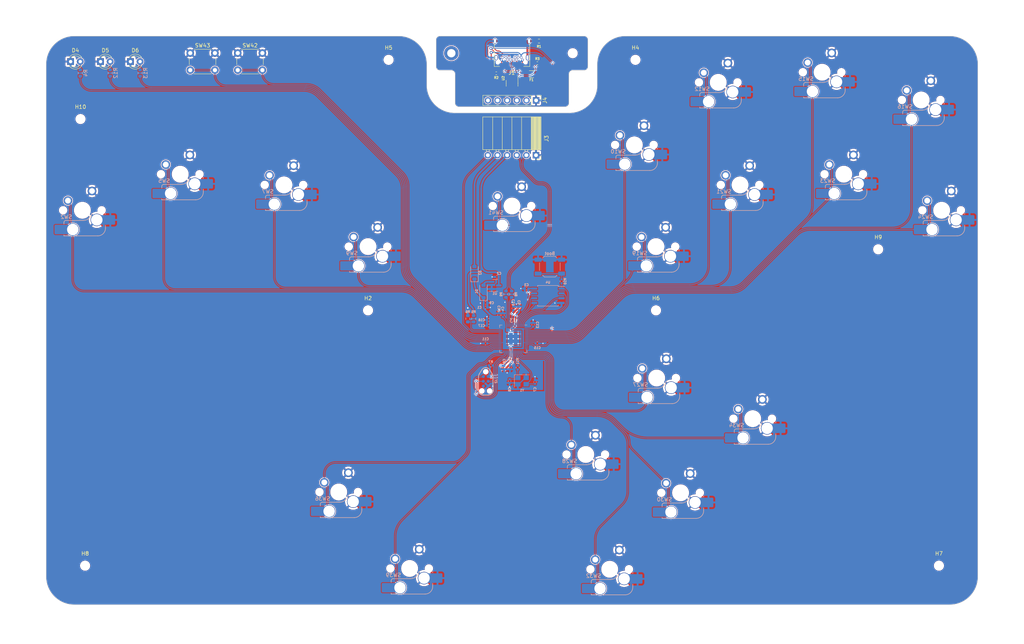
<source format=kicad_pcb>
(kicad_pcb (version 20221018) (generator pcbnew)
  (layers (0 "F.Cu" signal) (31 "B.Cu" signal) (34 "B.Paste" user) (35 "F.Paste" user) (36 "B.SilkS" user "B.Silkscreen") (37 "F.SilkS" user "F.Silkscreen") (38 "B.Mask" user) (39 "F.Mask" user) (44 "Edge.Cuts" user))
  (net 0 "")
  (net 1 "GND")
  (net 2 "+3V3")
  (net 3 "+5V")
  (net 4 "+1V1")
  (net 5 "XTAL_IN")
  (net 6 "/XTAL_O")
  (net 7 "Net-(D1-A)")
  (net 8 "3vCable")
  (net 9 "Net-(F1-Pad1)")
  (net 11 "Net-(J1-CC1)")
  (net 12 "DBUS+")
  (net 13 "DBUS-")
  (net 16 "DATA")
  (net 18 "Net-(J1-CC2)")
  (net 21 "Net-(J1-SHIELD)")
  (net 22 "SWD")
  (net 23 "~{RESET}")
  (net 24 "SWCLK")
  (net 26 "Net-(D4-A)")
  (net 27 "VBUS_SENSE")
  (net 28 "D+")
  (net 29 "/D_+")
  (net 30 "D-")
  (net 31 "/D_-")
  (net 32 "/~{USB_BOOT}")
  (net 33 "CS")
  (net 34 "XTAL_OUT")
  (net 35 "START")
  (net 36 "RIGHT")
  (net 37 "DOWN")
  (net 38 "LEFT")
  (net 39 "L")
  (net 40 "M1")
  (net 41 "M2")
  (net 44 "C_LT")
  (net 45 "A")
  (net 46 "C_DN")
  (net 47 "C_RT")
  (net 48 "C_UP")
  (net 49 "UP")
  (net 50 "MS")
  (net 51 "Z")
  (net 52 "LS")
  (net 53 "X")
  (net 54 "Y")
  (net 55 "B")
  (net 56 "R")
  (net 57 "SD3")
  (net 58 "QSPI_CLK")
  (net 59 "SD0")
  (net 60 "SD2")
  (net 61 "SD1")
  (net 62 "Net-(D5-A)")
  (net 64 "Net-(D6-A)")
  (net 65 "LED1")
  (net 66 "LED2")
  (net 67 "LED3")
  (net 68 "HOME")
  (net 69 "SELECT")
  (footprint "marbastlib-mx:SW_MX_1u" (layer "F.Cu") (at 62.026657 60.39579)
    (fp_text reference "SW4" hide)
    (fp_text value "MX_SW_solder" hide)
  )
  (footprint "marbastlib-mx:SW_MX_1u" (layer "F.Cu") (at 111.545193 79.501627)
    (fp_text reference "SW8" hide)
    (fp_text value "MX_SW_solder" hide)
  )
  (footprint "marbastlib-mx:SW_MX_1u" (layer "F.Cu") (at 193.954568 144.467998)
    (fp_text reference "SW31" hide)
    (fp_text value "MX_SW_solder" hide)
  )
  (footprint "LED_THT:LED_D3.0mm" (layer "F.Cu") (at 48.9 30.68)
    (fp_text reference "D6")
    (fp_text value "LED")
  )
  (footprint "footprints:TYPE-C_24P_QCHT" (layer "F.Cu") (at 149.51 26.54 180)
    (fp_text reference "J1")
    (fp_text value "USB C Connector")
  )
  (footprint "MountingHole:MountingHole_2.2mm_M2" (layer "F.Cu") (at 187.472593 96.33)
    (fp_text reference "H6")
    (fp_text value "MountingHole")
  )
  (footprint "LED_THT:LED_D3.0mm" (layer "F.Cu") (at 33.12 30.68)
    (fp_text reference "D4")
    (fp_text value "LED")
  )
  (footprint "MountingHole:MountingHole_2.2mm_M2" (layer "F.Cu") (at 111.545193 96.33)
    (fp_text reference "H2")
    (fp_text value "MountingHole")
  )
  (footprint "MountingHole:MountingHole_2.2mm_M2" (layer "F.Cu") (at 182.055 30.22)
    (fp_text reference "H4")
    (fp_text value "MountingHole")
  )
  (footprint "marbastlib-mx:SW_MX_1u" (layer "F.Cu") (at 262.792018 69.912352)
    (fp_text reference "SW25" hide)
    (fp_text value "MX_SW_solder" hide)
  )
  (footprint "marbastlib-mx:SW_MX_1u" (layer "F.Cu") (at 149.508893 68.782674)
    (fp_text reference "SW40" hide)
    (fp_text value "MX_SW_solder" hide)
  )
  (footprint "marbastlib-mx:SW_MX_1u" (layer "F.Cu") (at 175.26596 164.64191)
    (fp_text reference "SW33" hide)
    (fp_text value "MX_SW_solder" hide)
  )
  (footprint "marbastlib-mx:SW_MX_1u" (layer "F.Cu") (at 236.991129 60.39579)
    (fp_text reference "SW22" hide)
    (fp_text value "MX_SW_solder" hide)
  )
  (footprint "marbastlib-mx:SW_MX_1u" (layer "F.Cu") (at 89.38097 63.222867)
    (fp_text reference "SW6" hide)
    (fp_text value "MX_SW_solder" hide)
  )
  (footprint "MountingHole:MountingHole_2.2mm_M2" (layer "F.Cu") (at 35.73 45.84)
    (fp_text reference "H10")
    (fp_text value "MountingHole")
  )
  (footprint "marbastlib-mx:SW_MX_1u" (layer "F.Cu") (at 187.472593 79.501627)
    (fp_text reference "SW18" hide)
    (fp_text value "MX_SW_solder" hide)
  )
  (footprint "marbastlib-mx:SW_MX_1u" (layer "F.Cu") (at 181.768982 52.668247)
    (fp_text reference "SW11" hide)
    (fp_text value "MX_SW_solder" hide)
  )
  (footprint "Button_Switch_THT:SW_PUSH_6mm" (layer "F.Cu") (at 77.19 28.43)
    (fp_text reference "SW42")
    (fp_text value "SW_Push")
  )
  (footprint "marbastlib-mx:SW_MX_1u" (layer "F.Cu") (at 231.271486 33.486983)
    (fp_text reference "SW14" hide)
    (fp_text value "MX_SW_solder" hide)
  )
  (footprint "marbastlib-mx:SW_MX_1u" (layer "F.Cu") (at 168.962667 134.356526)
    (fp_text reference "SW29" hide)
    (fp_text value "MX_SW_solder" hide)
  )
  (footprint "MountingHole:MountingHole_2.2mm_M2_DIN965_Pad" (layer "F.Cu") (at 133.51 28.465742)
    (fp_text reference "H3" hide)
    (fp_text value "MountingHole_Pad" hide)
  )
  (footprint "Connector_PinHeader_2.54mm:PinHeader_1x06_P2.54mm_Vertical" (layer "F.Cu") (at 155.858893 40.92 -90)
    (fp_text reference "J4")
    (fp_text value "Conn_01x06" hide)
  )
  (footprint "marbastlib-mx:SW_MX_1u" (layer "F.Cu") (at 209.636816 63.222867)
    (fp_text reference "SW20" hide)
    (fp_text value "MX_SW_solder" hide)
  )
  (footprint "MountingHole:MountingHole_2.2mm_M2" (layer "F.Cu") (at 116.965 30.22)
    (fp_text reference "H5")
    (fp_text value "MountingHole")
  )
  (footprint "Connector_PinSocket_2.54mm:PinSocket_1x06_P2.54mm_Horizontal" (layer "F.Cu") (at 155.833893 55.38 -90)
    (fp_text reference "J3")
    (fp_text value "Conn_01x06" hide)
  )
  (footprint "marbastlib-mx:SW_MX_1u" (layer "F.Cu") (at 203.884748 36.161516)
    (fp_text reference "SW13" hide)
    (fp_text value "MX_SW_solder" hide)
  )
  (footprint "Package_TO_SOT_SMD:SOT-23-6" (layer "F.Cu") (at 149.522461 36.407611 -90)
    (fp_text reference "U2")
    (fp_text value "USBLC6-2SC6")
  )
  (footprint "marbastlib-mx:SW_MX_1u" (layer "F.Cu") (at 122.508879 164.433909)
    (fp_text reference "SW38" hide)
    (fp_text value "MX_SW_solder" hide)
  )
  (footprint "marbastlib-mx:SW_MX_1u" (layer "F.Cu") (at 36.225768 69.912352)
    (fp_text reference "SW3" hide)
    (fp_text value "MX_SW_solder" hide)
  )
  (footprint "Resistor_SMD:R_0402_1005Metric" (layer "F.Cu") (at 145.3615 33.77 180)
    (fp_text reference "R2")
    (fp_text value "5.1k")
  )
  (footprint "MountingHole:MountingHole_2.2mm_M2" (layer "F.Cu") (at 36.945 163.7)
    (fp_text reference "H8")
    (fp_text value "MountingHole")
  )
  (footprint "marbastlib-mx:SW_MX_1u" (layer "F.Cu") (at 257.390192 40.810408)
    (fp_text reference "SW17" hide)
    (fp_text value "MX_SW_solder" hide)
  )
  (footprint "marbastlib-mx:SW_MX_1u" (layer "F.Cu") (at 103.820267 144.26)
    (fp_text reference "SW37" hide)
    (fp_text value "MX_SW_solder" hide)
  )
  (footprint "marbastlib-mx:SW_MX_1u" (layer "F.Cu") (at 212.97278 124.909797)
    (fp_text reference "SW35" hide)
    (fp_text value "MX_SW_solder" hide)
  )
  (footprint "Resistor_SMD:R_0402_1005Metric" (layer "F.Cu") (at 156.1915 31.11)
    (fp_text reference "R3")
    (fp_text value "5.1k")
  )
  (footprint "Resistor_SMD:R_0603_1608Metric" (layer "F.Cu") (at 156.6265 25.26 180)
    (fp_text reference "R1")
    (fp_text value "1M")
  )
  (footprint "Fuse:Fuse_1206_3216Metric" (layer "F.Cu") (at 154.6415 34)
    (fp_text reference "F1")
    (fp_text value "500 mA")
  )
  (footprint "Button_Switch_THT:SW_PUSH_6mm" (layer "F.Cu") (at 64.67 28.43)
    (fp_text reference "SW43")
    (fp_text value "SW_Push")
  )
  (footprint "MountingHole:MountingHole_2.2mm_M2" (layer "F.Cu") (at 262.075 163.7)
    (fp_text reference "H7")
    (fp_text value "MountingHole")
  )
  (footprint "MountingHole:MountingHole_2.2mm_M2" (layer "F.Cu") (at 165.51 28.465742)
    (fp_text reference "H1" hide)
    (fp_text value "MountingHole" hide)
  )
  (footprint "marbastlib-mx:SW_MX_1u" (layer "F.Cu") (at 187.651278 114.182617)
    (fp_text reference "SW26" hide)
    (fp_text value "MX_SW_solder" hide)
  )
  (footprint "MountingHole:MountingHole_2.2mm_M2" (layer "F.Cu") (at 246.06 80.22)
    (fp_text reference "H9")
    (fp_text value "MountingHole")
  )
  (footprint "LED_THT:LED_D3.0mm" (layer "F.Cu") (at 41.01 30.68)
    (fp_text reference "D5")
    (fp_text value "LED")
  )
  (footprint "Resistor_SMD:R_0603_1608Metric" (layer "B.Cu") (at 137.865305 98.535 90)
    (fp_text reference "R6")
    (fp_text value "10k")
  )
  (footprint "Capacitor_SMD:C_0402_1005Metric" (layer "B.Cu") (at 155.570305 115.239018 -90)
    (fp_text reference "C7")
    (fp_text value "22pF")
  )
  (footprint "marbastlib-mx:SW_MX_HS_1u" (layer "B.Cu") (at 187.651278 114.182617)
    (fp_text reference "SW27")
    (fp_text value "MX_SW_HS" hide)
  )
  (footprint "marbastlib-mx:SW_MX_HS_1u" (layer "B.Cu") (at 257.390192 40.810408)
    (fp_text reference "SW16")
    (fp_text value "MX_SW_HS" hide)
  )
  (footprint "Capacitor_SMD:C_0402_1005Metric" (layer "B.Cu") (at 142.515305 94.355)
    (fp_text reference "C9")
    (fp_text value "10uF")
  )
  (footprint "Resistor_SMD:R_0402_1005Metric" (layer "B.Cu") (at 150.998305 111.41325 90)
    (fp_text reference "R11")
    (fp_text value "1k")
  )
  (footprint "Capacitor_SMD:C_0402_1005Metric" (layer "B.Cu") (at 147.442305 111.41325 -90)
    (fp_text reference "C6")
    (fp_text value "100nF")
  )
  (footprint "marbastlib-mx:SW_MX_HS_1u" (layer "B.Cu") (at 149.508893 68.782674)
    (fp_text reference "SW41")
    (fp_text value "MX_SW_HS" hide)
  )
  (footprint "Diode_SMD:D_SOD-123" (layer "B.Cu") (at 139.6 86.41 90)
    (fp_text reference "D2")
    (fp_text value "Schottky Diode")
  )
  (footprint "Capacitor_SMD:C_0402_1005Metric" (layer "B.Cu") (at 143.378305 98.84025 180)
    (fp_text reference "C16")
    (fp_text value "100nF")
  )
  (footprint "Capacitor_SMD:C_0402_1005Metric" (layer "B.Cu") (at 153.335305 90.57 180)
    (fp_text reference "C3")
    (fp_text value "100nF")
  )
  (footprint "Resistor_SMD:R_0603_1608Metric" (layer "B.Cu") (at 51.44 33.7 90)
    (fp_text reference "R13")
    (fp_text value "1k")
  )
  (footprint "marbastlib-mx:SW_MX_HS_1u" (layer "B.Cu") (at 89.38097 63.222867)
    (fp_text reference "SW7")
    (fp_text value "MX_SW_HS" hide)
  )
  (footprint "marbastlib-mx:SW_MX_HS_1u" (layer "B.Cu") (at 203.884748 36.161516)
    (fp_text reference "SW12")
    (fp_text value "MX_SW_HS" hide)
  )
  (footprint "Resistor_SMD:R_0603_1608Metric" (layer "B.Cu") (at 149.425305 92.07 -90)
    (fp_text reference "R8")
    (fp_text value "27")
  )
  (footprint "Package_TO_SOT_SMD:SOT-23" (layer "B.Cu") (at 145.082805 89.75)
    (fp_text reference "U1")
    (fp_text value "XC6206")
  )
  (footprint "marbastlib-mx:SW_MX_HS_1u" (layer "B.Cu") (at 181.768982 52.668247)
    (fp_text reference "SW10")
    (fp_text value "MX_SW_HS" hide)
  )
  (footprint "Crystal:Crystal_SMD_3225-4Pin_3.2x2.5mm" (layer "B.Cu") (at 152.141305 114.96925)
    (fp_text reference "Y1")
    (fp_text value "12MHz")
  )
  (footprint "Button_Switch_SMD:SW_SPST_SKQG_WithStem" (layer "B.Cu") (at 159.48 84.79 180)
    (fp_text reference "SW1" hide)
    (fp_text value "Boot")
  )
  (footprint "marbastlib-mx:SW_MX_HS_1u" (layer "B.Cu") (at 122.508879 164.433909)
    (fp_text reference "SW39")
    (fp_text value "MX_SW_HS" hide)
  )
  (footprint "Capacitor_SMD:C_0402_1005Metric" (layer "B.Cu") (at 148.867555 114.985018 90)
    (fp_text reference "C8")
    (fp_text value "22pF")
  )
  (footprint "Capacitor_SMD:C_0402_1005Metric" (layer "B.Cu") (at 148.966305 111.41325 -90)
    (fp_text reference "C14")
    (fp_text value "100nF")
  )
  (footprint "Resistor_SMD:R_0402_1005Metric" (layer "B.Cu") (at 162.585305 88.65 -90)
    (fp_text reference "R10")
    (fp_text value "1k")
  )
  (footprint "footprints:RP2040-QFN-56" (layer "B.Cu") (at 149.855305 103.825 180)
    (fp_text reference "U3")
    (fp_text value "RP2040")
  )
  (footprint "Resistor_SMD:R_0402_1005Metric" (layer "B.Cu") (at 143.935305 110.86)
    (fp_text reference "R7")
    (fp_text value "10k")
  )
  (footprint "Capacitor_SMD:C_0402_1005Metric" (layer "B.Cu") (at 147.089555 97.586018 90)
    (fp_text reference "C4")
    (fp_text value "1uF")
  )
  (footprint "Capacitor_SMD:C_0402_1005Metric" (layer "B.Cu") (at 149.855305 95.79225 90)
    (fp_text reference "C10")
    (fp_text value "1uF")
  )
  (footprint "marbastlib-mx:SW_MX_HS_1u" (layer "B.Cu") (at 187.472593 79.501627)
    (fp_text reference "SW19")
    (fp_text value "MX_SW_HS" hide)
  )
  (footprint "marbastlib-mx:SW_MX_HS_1u" (layer "B.Cu") (at 36.225768 69.912352)
    (fp_text reference "SW2")
    (fp_text value "MX_SW_HS" hide)
  )
  (footprint "marbastlib-mx:SW_MX_HS_1u" (layer "B.Cu") (at 168.962667 134.356526)
    (fp_text reference "SW28")
    (fp_text value "MX_SW_HS" hide)
  )
  (footprint "Resistor_SMD:R_0603_1608Metric" (layer "B.Cu") (at 147.895305 92.07 -90)
    (fp_text reference "R9")
    (fp_text value "27")
  )
  (footprint "marbastlib-mx:SW_MX_HS_1u" (layer "B.Cu") (at 212.97278 124.909797)
    (fp_text reference "SW34")
    (fp_text value "MX_SW_HS" hide)
  )
  (footprint "Capacitor_SMD:C_0402_1005Metric" (layer "B.Cu") (at 143.378305 100.36425 180)
    (fp_text reference "C17")
    (fp_text value "100nF")
  )
  (footprint "Capacitor_SMD:C_0402_1005Metric" (layer "B.Cu") (at 142.515305 95.555 180)
    (fp_text reference "C1")
    (fp_text value "1uF")
  )
  (footprint "Resistor_SMD:R_0603_1608Metric" (layer "B.Cu") (at 139.405305 98.535 -90)
    (fp_text reference "R5")
    (fp_text value "5.6k")
  )
  (footprint "Package_SO:SOIC-8_5.23x5.23mm_P1.27mm" (layer "B.Cu") (at 158.985305 92.48 180)
    (fp_text reference "U4")
    (fp_text value "W25Q128JVS")
  )
  (footprint "Diode_SMD:D_SOD-123" (layer "B.Cu") (at 141.985305 91.34 90)
    (fp_text reference "D1")
    (fp_text value "Schottky Diode")
  )
  (footprint "Capacitor_SMD:C_0402_1005Metric" (layer "B.Cu") (at 146.073555 97.586018 90)
    (fp_text reference "C12")
    (fp_text value "100nF")
  )
  (footprint "marbastlib-mx:SW_MX_HS_1u" (layer "B.Cu") (at 209.636816 63.222867)
    (fp_text reference "SW21")
    (fp_text value "MX_SW_HS" hide)
  )
  (footprint "Capacitor_SMD:C_0402_1005Metric" (layer "B.Cu") (at 151.379305 95.79225 90)
    (fp_text reference "C5")
    (fp_text value "100nF")
  )
  (footprint "Capacitor_SMD:C_0402_1005Metric" (layer "B.Cu") (at 156.19 105.04)
    (fp_text reference "C15")
    (fp_text value "100nF")
  )
  (footprint "marbastlib-various:CON_TC2030_outlined" (layer "B.Cu") (at 142.585305 115.05 -90)
    (fp_text reference "J2")
    (fp_text value "JTAG_TC2030")
  )
  (footprint "marbastlib-mx:SW_MX_HS_1u" (layer "B.Cu") (at 175.26596 164.64191)
    (fp_text reference "SW32")
    (fp_text value "MX_SW_HS" hide)
  )
  (footprint "Capacitor_SMD:C_0402_1005Metric" (layer "B.Cu") (at 142.51 105.04 180)
    (fp_text reference "C11")
    (fp_text value "100nF")
  )
  (footprint "marbastlib-mx:SW_MX_HS_1u" (layer "B.Cu") (at 62.026657 60.39579)
    (fp_text reference "SW5")
    (fp_text value "MX_SW_HS" hide)
  )
  (footprint "marbastlib-mx:SW_MX_HS_1u" (layer "B.Cu") (at 231.271486 33.486983)
    (fp_text reference "SW15")
    (fp_text value "MX_SW_HS" hide)
  )
  (footprint "marbastlib-mx:SW_MX_HS_1u" (layer "B.Cu") (at 193.954568 144.467998)
    (fp_text reference "SW30")
    (fp_text value "MX_SW_HS" hide)
  )
  (footprint "Capacitor_SMD:C_0402_1005Metric" (layer "B.Cu") (at 145.535305 87.51)
    (fp_text reference "C2")
    (fp_text value "1uF")
  )
  (footprint "marbastlib-mx:SW_MX_HS_1u" (layer "B.Cu") (at 111.545193 79.501627)
    (fp_text reference "SW9")
    (fp_text value "MX_SW_HS" hide)
  )
  (footprint "Resistor_SMD:R_0603_1608Metric" (layer "B.Cu") (at 43.55 33.7 90)
    (fp_text reference "R12")
    (fp_text value "1k")
  )
  (footprint "Resistor_SMD:R_0603_1608Metric" (layer "B.Cu") (at 35.66 33.7 90)
    (fp_text reference "R4")
    (fp_text value "1k")
  )
  (footprint "marbastlib-mx:SW_MX_HS_1u" (layer "B.Cu") (at 236.991129 60.39579)
    (fp_text reference "SW23")
    (fp_text value "MX_SW_HS" hide)
  )
  (footprint "marbastlib-mx:SW_MX_HS_1u" (layer "B.Cu") (at 103.820267 144.26)
    (fp_text reference "SW36")
    (fp_text value "MX_SW_HS" hide)
  )
  (footprint "Capacitor_SMD:C_0402_1005Metric" (layer "B.Cu") (at 155.090555 100.126018 90)
    (fp_text reference "C13")
    (fp_text value "100nF")
  )
  (footprint "marbastlib-mx:SW_MX_HS_1u" (layer "B.Cu") (at 262.792018 69.912352)
    (fp_text reference "SW24")
    (fp_text value "MX_SW_HS" hide)
  )
  (gr_line (start 127.008911 31.353833) (end 127.00885 36.840024) (stroke (width 0.1)) (layer "Edge.Cuts"))
  (gr_arc (start 129.50969 24.968165) (mid 129.80482 24.254747) (end 130.52 23.963911) (stroke (width 0.1)) (layer "Edge.Cuts"))
  (gr_line (start 264.928911 173.963911) (end 34.088911 173.963911) (stroke (width 0.1)) (layer "Edge.Cuts"))
  (gr_arc (start 119.618835 23.963889) (mid 124.84438 26.128326) (end 127.008911 31.353833) (stroke (width 0.1)) (layer "Edge.Cuts"))
  (gr_arc (start 172.01 31.353911) (mid 174.174481 26.128392) (end 179.4 23.963911) (stroke (width 0.1)) (layer "Edge.Cuts"))
  (gr_line (start 163.509419 42.57445) (end 135.5145 42.57445) (stroke (width 0.1)) (layer "Edge.Cuts"))
  (gr_arc (start 172.010006 36.84) (mid 169.849058 42.061987) (end 164.63 44.229999) (stroke (width 0.1)) (layer "Edge.Cuts"))
  (gr_arc (start 164.51 33.96) (mid 164.801677 33.24995) (end 165.510581 32.9555) (stroke (width 0.1)) (layer "Edge.Cuts"))
  (gr_line (start 129.50969 24.968165) (end 129.51 31.96332) (stroke (width 0.1)) (layer "Edge.Cuts"))
  (gr_line (start 119.618835 23.963911) (end 34.088911 23.963911) (stroke (width 0.1)) (layer "Edge.Cuts"))
  (gr_line (start 164.51 41.56995) (end 164.51 33.96) (stroke (width 0.1)) (layer "Edge.Cuts"))
  (gr_line (start 134.39885 44.230024) (end 164.63 44.23) (stroke (width 0.1)) (layer "Edge.Cuts"))
  (gr_arc (start 169.510141 31.950858) (mid 169.218423 32.661008) (end 168.509419 32.9555) (stroke (width 0.1)) (layer "Edge.Cuts"))
  (gr_arc (start 164.51 41.56995) (mid 164.218323 42.28) (end 163.509419 42.57445) (stroke (width 0.1)) (layer "Edge.Cuts"))
  (gr_line (start 130.5145 32.963901) (end 133.5055 32.963901) (stroke (width 0.1)) (layer "Edge.Cuts"))
  (gr_arc (start 134.39885 44.230024) (mid 129.173331 42.065543) (end 127.00885 36.840024) (stroke (width 0.1)) (layer "Edge.Cuts"))
  (gr_line (start 26.698911 31.353911) (end 26.698911 166.573911) (stroke (width 0.1)) (layer "Edge.Cuts"))
  (gr_line (start 264.928911 23.963911) (end 179.4 23.963911) (stroke (width 0.1)) (layer "Edge.Cuts"))
  (gr_line (start 168.509419 32.9555) (end 165.510581 32.9555) (stroke (width 0.1)) (layer "Edge.Cuts"))
  (gr_line (start 168.505815 23.963911) (end 130.52 23.963911) (stroke (width 0.1)) (layer "Edge.Cuts"))
  (gr_arc (start 34.088911 173.963911) (mid 28.863392 171.79943) (end 26.698911 166.573911) (stroke (width 0.1)) (layer "Edge.Cuts"))
  (gr_arc (start 272.318911 166.573911) (mid 270.15443 171.79943) (end 264.928911 173.963911) (stroke (width 0.1)) (layer "Edge.Cuts"))
  (gr_line (start 172.008911 31.36) (end 172.008911 36.84) (stroke (width 0.1)) (layer "Edge.Cuts"))
  (gr_line (start 272.318911 166.573911) (end 272.318911 31.353911) (stroke (width 0.1)) (layer "Edge.Cuts"))
  (gr_arc (start 130.5145 32.9639) (mid 129.804451 32.672223) (end 129.510001 31.96332) (stroke (width 0.1)) (layer "Edge.Cuts"))
  (gr_arc (start 133.5055 32.963902) (mid 134.215416 33.255524) (end 134.509811 33.964294) (stroke (width 0.1)) (layer "Edge.Cuts"))
  (gr_arc (start 26.698911 31.353911) (mid 28.863392 26.128392) (end 34.088911 23.963911) (stroke (width 0.1)) (layer "Edge.Cuts"))
  (gr_line (start 134.51 41.573869) (end 134.51 33.964294) (stroke (width 0.1)) (layer "Edge.Cuts"))
  (gr_arc (start 135.5145 42.57445) (mid 134.80445 42.282773) (end 134.51 41.573869) (stroke (width 0.1)) (layer "Edge.Cuts"))
  (gr_arc (start 168.505815 23.963912) (mid 169.21577 24.25555) (end 169.510181 24.964359) (stroke (width 0.1)) (layer "Edge.Cuts"))
  (gr_arc (start 264.928911 23.963911) (mid 270.15443 26.128392) (end 272.318911 31.353911) (stroke (width 0.1)) (layer "Edge.Cuts"))
  (gr_line (start 169.51 24.964359) (end 169.51 31.950859) (stroke (width 0.1)) (layer "Edge.Cuts"))
  (segment (start 148.580305 103.825) (end 151.130305 103.825) (width 0.635) (layer "F.Cu") (net 1))
  (segment (start 151.130305 105.1) (end 150.830305 104.8) (width 0.635) (layer "F.Cu") (net 1))
  (segment (start 149.5115 34.7525) (end 149.5115 35.243369) (width 0.2) (layer "F.Cu") (net 1))
  (segment (start 148.880305 104.8) (end 148.580305 105.1) (width 0.635) (layer "F.Cu") (net 1))
  (segment (start 152.26 30.3) (end 152.31 30.25) (width 0.2) (layer "F.Cu") (net 1))
  (segment (start 146.76 30.3) (end 146.71 30.25) (width 0.2) (layer "F.Cu") (net 1))
  (segment (start 146.76 31.46) (end 146.76 30.3) (width 0.2) (layer "F.Cu") (net 1))
  (segment (start 152.26 31.46) (end 152.26 30.3) (width 0.2) (layer "F.Cu") (net 1))
  (segment (start 149.855305 102.55) (end 149.855305 105.1) (width 0.635) (layer "F.Cu") (net 1))
  (segment (start 148.580305 102.55) (end 151.130305 102.55) (width 0.635) (layer "F.Cu") (net 1))
  (segment (start 148.580305 105.1) (end 148.580305 102.55) (width 0.635) (layer "F.Cu") (net 1))
  (segment (start 150.830305 104.8) (end 148.880305 104.8) (width 0.635) (layer "F.Cu") (net 1))
  (segment (start 151.130305 105.1) (end 151.130305 102.55) (width 0.635) (layer "F.Cu") (net 1))
  (via (at 149.534305 94.172893) (size 0.6) (drill 0.3) (layers "F.Cu" "B.Cu") (net 1))
  (via (at 147.629305 94.172893) (size 0.6) (drill 0.3) (layers "F.Cu" "B.Cu") (net 1))
  (via (at 148.232555 112.826018) (size 0.6) (drill 0.3) (layers "F.Cu" "B.Cu") (net 1))
  (via (at 151.835305 90.56) (size 0.6) (drill 0.3) (layers "F.Cu" "B.Cu") (net 1))
  (via (at 142.898555 98) (size 0.6) (drill 0.3) (layers "F.Cu" "B.Cu") (net 1))
  (via (at 150.645555 94.665018) (size 0.6) (drill 0.3) (layers "F.Cu" "B.Cu") (net 1))
  (via (at 141.23 105.04) (size 0.6) (drill 0.3) (layers "F.Cu" "B.Cu") (net 1))
  (via (at 146.073555 96.189018) (size 0.6) (drill 0.3) (layers "F.Cu" "B.Cu") (net 1))
  (via (at 155.090555 98.856018) (size 0.6) (drill 0.3) (layers "F.Cu" "B.Cu") (net 1))
  (via (at 137.85 95.69) (size 0.8) (drill 0.4) (layers "F.Cu" "B.Cu") (net 1))
  (via (at 141.175305 94.405) (size 0.6) (drill 0.3) (layers "F.Cu" "B.Cu") (net 1))
  (via (at 144.422566 116.32) (size 0.6) (drill 0.3) (layers "F.Cu" "B.Cu") (net 1))
  (via (at 143.785305 95.565) (size 0.6) (drill 0.3) (layers "F.Cu" "B.Cu") (net 1))
  (via (at 148.867555 116.509018) (size 0.6) (drill 0.3) (layers "F.Cu" "B.Cu") (net 1))
  (via (at 155.570305 113.842018) (size 0.6) (drill 0.3) (layers "F.Cu" "B.Cu") (net 1))
  (via (at 144.265305 87.5) (size 0.6) (drill 0.3) (layers "F.Cu" "B.Cu") (net 1))
  (via (at 160.807805 94.395) (size 0.6) (drill 0.3) (layers "F.Cu" "B.Cu") (net 1))
  (via (at 157.67 105.04) (size 0.6) (drill 0.3) (layers "F.Cu" "B.Cu") (net 1))
  (segment (start 137.865305 95.705305) (end 137.85 95.69) (width 0.25) (layer "B.Cu") (net 1))
  (segment (start 142.995305 94.355) (end 142.995305 95.555) (width 0.5) (layer "B.Cu") (net 1))
  (segment (start 150.855305 107.2625) (end 150.855305 107.983529) (width 0.2) (layer "B.Cu") (net 1))
  (segment (start 148.867555 115.465018) (end 148.867555 116.509018) (width 0.381) (layer "B.Cu") (net 1))
  (segment (start 156.67 105.04) (end 157.67 105.04) (width 0.2) (layer "B.Cu") (net 1))
  (segment (start 148.867555 115.465018) (end 150.687073 115.465018) (width 0.381) (layer "B.Cu") (net 1))
  (segment (start 155.090555 99.646018) (end 155.090555 98.856018) (width 0.381) (layer "B.Cu") (net 1))
  (segment (start 155.570305 113.842018) (end 155.570305 114.759018) (width 0.381) (layer "B.Cu") (net 1))
  (segment (start 151.163402 108.727341) (end 155.06988 112.633819) (width 0.2) (layer "B.Cu") (net 1))
  (segment (start 162.547805 94.38) (end 160.822805 94.38) (width 0.5) (layer "B.Cu") (net 1))
  (segment (start 142.898305 98.84025) (end 142.898305 100.36425) (width 0.381) (layer "B.Cu") (net 1))
  (segment (start 152.855305 90.57) (end 151.845305 90.57) (width 0.5) (layer "B.Cu") (net 1))
  (segment (start 142.995305 95.555) (end 143.775305 95.555) (width 0.5) (layer "B.Cu") (net 1))
  (segment (start 146.073555 97.106018) (end 146.073555 96.189018) (width 0.2) (layer "B.Cu") (net 1))
  (segment (start 143.775305 95.555) (end 143.785305 95.565) (width 0.5) (layer "B.Cu") (net 1))
  (segment (start 142.898555 98) (end 142.898555 98.84) (width 0.381) (layer "B.Cu") (net 1))
  (segment (start 143.220305 116.32) (end 144.422566 116.32) (width 0.25) (layer "B.Cu") (net 1))
  (segment (start 137.865305 97.71) (end 137.865305 95.705305) (width 0.25) (layer "B.Cu") (net 1))
  (segment (start 142.03 105.04) (end 141.23 105.04) (width 0.2) (layer "B.Cu") (net 1))
  (segment (start 151.379305 95.31225) (end 149.855305 95.31225) (width 0.5) (layer "B.Cu") (net 1))
  (segment (start 151.288283 115.81925) (end 152.988283 114.11925) (width 0.254) (layer "B.Cu") (net 1))
  (segment (start 144.275305 87.51) (end 144.265305 87.5) (width 0.5) (layer "B.Cu") (net 1))
  (segment (start 145.055305 87.51) (end 144.275305 87.51) (width 0.5) (layer "B.Cu") (net 1))
  (arc (start 155.570305 113.842018) (mid 155.440249 113.188116) (end 155.06988 112.633819) (width 0.2) (layer "B.Cu") (net 1))
  (arc (start 150.855305 107.983529) (mid 150.935377 108.386077) (end 151.163402 108.727341) (width 0.2) (layer "B.Cu") (net 1))
  (segment (start 149.502555 110.032018) (end 146.027466 113.507107) (width 0.5) (layer "F.Cu") (net 2))
  (segment (start 145.320359 113.8) (end 144.022566 113.8) (width 0.5) (layer "F.Cu") (net 2))
  (segment (start 152.811735 94.022838) (end 149.629555 97.205018) (width 0.5) (layer "F.Cu") (net 2))
  (via (at 149.502555 110.032018) (size 0.6) (drill 0.3) (layers "F.Cu" "B.Cu") (net 2))
  (via (at 149.629555 97.205018) (size 0.6) (drill 0.3) (layers "F.Cu" "B.Cu") (net 2))
  (via (at 144.022566 113.8) (size 0.6) (drill 0.3) (layers "F.Cu" "B.Cu") (net 2))
  (via (at 153.815305 91.6) (size 0.6) (drill 0.3) (layers "F.Cu" "B.Cu") (net 2))
  (arc (start 146.027466 113.507107) (mid 145.703043 113.72388) (end 145.320359 113.8) (width 0.5) (layer "F.Cu") (net 2))
  (arc (start 153.815305 91.6) (mid 153.554486 92.911232) (end 152.811735 94.022838) (width 0.5) (layer "F.Cu") (net 2))
  (segment (start 146.417805 101.225) (end 145.428269 101.225) (width 0.2) (layer "B.Cu") (net 2))
  (segment (start 141.985305 92.99) (end 141.985305 95.505) (width 0.5) (layer "B.Cu") (net 2))
  (segment (start 149.477155 97.357418) (end 149.477155 99.4724) (width 0.2) (layer "B.Cu") (net 2))
  (segment (start 143.65277 97.406572) (end 142.035305 95.789107) (width 0.5) (layer "B.Cu") (net 2))
  (segment (start 149.255305 100.3875) (end 149.255305 100.98125) (width 0.2) (layer "B.Cu") (net 2))
  (segment (start 152.125537 101.225) (end 152.042555 101.142018) (width 0.2) (layer "B.Cu") (net 2))
  (segment (start 155.495 104.825) (end 155.71 105.04) (width 0.2) (layer "B.Cu") (net 2))
  (segment (start 146.962412 98.954875) (end 146.073555 98.066018) (width 0.2) (layer "B.Cu") (net 2))
  (segment (start 142.035305 95.789107) (end 142.035305 95.555) (width 0.5) (layer "B.Cu") (net 2))
  (segment (start 153.292805 101.225) (end 154.057359 101.225) (width 0.2) (layer "B.Cu") (net 2))
  (segment (start 149.629555 96.793) (end 149.855305 96.56725) (width 0.2) (layer "B.Cu") (net 2))
  (segment (start 149.502555 110.032018) (end 148.966305 110.568268) (width 0.5) (layer "B.Cu") (net 2))
  (segment (start 143.682868 104.952132) (end 143.722132 104.912868) (width 0.2) (layer "B.Cu") (net 2))
  (segment (start 149.372463 99.577092) (end 149.474305 99.47525) (width 0.2) (layer "B.Cu") (net 2))
  (segment (start 149.655305 107.2625) (end 149.655305 106.53325) (width 0.2) (layer "B.Cu") (net 2))
  (segment (start 149.655305 100.3875) (end 149.655305 101.243268) (width 0.2) (layer "B.Cu") (net 2))
  (segment (start 147.287055 101.225) (end 147.315305 101.25325) (width 0.2) (layer "B.Cu") (net 2))
  (segment (start 146.417805 101.225) (end 147.287055 101.225) (width 0.2) (layer "B.Cu") (net 2))
  (segment (start 140.740958 91.912261) (end 141.818697 92.99) (width 0.5) (layer "B.Cu") (net 2))
  (segment (start 147.255305 100.3875) (end 147.255305 101.18625) (width 0.2) (layer "B.Cu") (net 2))
  (segment (start 149.629555 97.205018) (end 149.477155 97.357418) (width 0.2) (layer "B.Cu") (net 2))
  (segment (start 152.538055 104.825) (end 152.522305 104.80925) (width 0.2) (layer "B.Cu") (net 2))
  (segment (start 153.292805 104.825) (end 155.495 104.825) (width 0.2) (layer "B.Cu") (net 2))
  (segment (start 149.655305 101.243268) (end 149.629555 101.269018) (width 0.2) (layer "B.Cu") (net 2))
  (segment (start 142.99 105.04) (end 143.470736 105.04) (width 0.2) (layer "B.Cu") (net 2))
  (segment (start 144.721162 100.932107) (end 144.153305 100.36425) (width 0.2) (layer "B.Cu") (net 2))
  (segment (start 153.815305 91.6) (end 153.815305 90.57) (width 0.5) (layer "B.Cu") (net 2))
  (segment (start 147.655305 100.91325) (end 147.655305 100.3875) (width 0.2) (layer "B.Cu") (net 2))
  (segment (start 146.417805 104.825) (end 147.290305 104.825) (width 0.2) (layer "B.Cu") (net 2))
  (segment (start 149.629555 97.205018) (end 149.629555 96.793) (width 0.2) (layer "B.Cu") (net 2))
  (segment (start 149.255305 100.3875) (end 149.255305 99.859935) (width 0.2) (layer "B.Cu") (net 2))
  (segment (start 149.474305 99.47525) (end 149.538148 99.539093) (width 0.2) (layer "B.Cu") (net 2))
  (segment (start 146.073555 98.066018) (end 145.244814 98.066018) (width 0.5) (layer "B.Cu") (net 2))
  (segment (start 144.153305 100.36425) (end 143.858305 100.36425) (width 0.381) (layer "B.Cu") (net 2))
  (segment (start 139.605305 88.06) (end 139.605305 88.960685) (width 0.5) (layer "B.Cu") (net 2))
  (segment (start 153.292805 101.225) (end 152.125537 101.225) (width 0.2) (layer "B.Cu") (net 2))
  (segment (start 147.255305 100.3875) (end 147.255305 99.661982) (width 0.2) (layer "B.Cu") (net 2))
  (segment (start 143.858305 98.84025) (end 143.858305 100.36425) (width 0.381) (layer "B.Cu") (net 2))
  (segment (start 143.934264 104.825) (end 146.417805 104.825) (width 0.2) (layer "B.Cu") (net 2))
  (segment (start 153.292805 104.825) (end 152.538055 104.825) (width 0.2) (layer "B.Cu") (net 2))
  (segment (start 149.655305 99.821935) (end 149.655305 100.3875) (width 0.2) (layer "B.Cu") (net 2))
  (segment (start 153.815305 90.57) (end 155.360305 90.57) (width 0.5) (layer "B.Cu") (net 2))
  (segment (start 143.675305 112.681533) (end 143.675305 111.463462) (width 0.5) (layer "B.Cu") (net 2))
  (segment (start 141.985305 95.505) (end 142.035305 95.555) (width 0.5) (layer "B.Cu") (net 2))
  (segment (start 147.655305 100.3875) (end 147.255305 99.9875) (width 0.2) (layer "B.Cu") (net 2))
  (segment (start 149.655305 109.879268) (end 149.655305 107.2625) (width 0.2) (layer "B.Cu") (net 2))
  (segment (start 149.477155 99.4724) (end 149.474305 99.47525) (width 0.2) (layer "B.Cu") (net 2))
  (segment (start 148.966305 110.568268) (end 148.966305 110.93325) (width 0.5) (layer "B.Cu") (net 2))
  (segment (start 147.255305 101.18625) (end 147.188305 101.25325) (width 0.2) (layer "B.Cu") (net 2))
  (segment (start 149.502555 110.032018) (end 149.655305 109.879268) (width 0.2) (layer "B.Cu") (net 2))
  (segment (start 141.818697 92.99) (end 141.985305 92.99) (width 0.5) (layer "B.Cu") (net 2))
  (segment (start 144.022566 113.8) (end 143.240305 113.8) (width 0.5) (layer "B.Cu") (net 2))
  (segment (start 147.315305 101.25325) (end 147.655305 100.91325) (width 0.2) (layer "B.Cu") (net 2))
  (segment (start 154.764466 100.932107) (end 155.090555 100.606018) (width 0.2) (layer "B.Cu") (net 2))
  (arc (start 154.764466 100.932107) (mid 154.440043 101.14888) (end 154.057359 101.225) (width 0.2) (layer "B.Cu") (net 2))
  (arc (start 149.255305 99.859935) (mid 149.285753 99.706861) (end 149.372463 99.577092) (width 0.2) (layer "B.Cu") (net 2))
  (arc (start 143.675305 112.681533) (mid 143.557054 113.276019) (end 143.220305 113.78) (width 0.5) (layer "B.Cu") (net 2))
  (arc (start 146.962412 98.954875) (mid 147.179185 99.279298) (end 147.255305 99.661982) (width 0.2) (layer "B.Cu") (net 2))
  (arc (start 143.682868 104.952132) (mid 143.585541 105.017164) (end 143.470736 105.04) (width 0.2) (layer "B.Cu") (net 2))
  (arc (start 143.425305 110.86) (mid 143.610348 111.136905) (end 143.675305 111.463462) (width 0.5) (layer "B.Cu") (net 2))
  (arc (start 149.655305 99.821935) (mid 149.624857 99.668862) (end 149.538148 99.539093) (width 0.2) (layer "B.Cu") (net 2))
  (arc (start 143.722132 104.912868) (mid 143.819459 104.847836) (end 143.934264 104.825) (width 0.2) (layer "B.Cu") (net 2))
  (arc (start 139.605305 88.960685) (mid 139.899611 90.541424) (end 140.740958 91.912261) (width 0.5) (layer "B.Cu") (net 2))
  (arc (start 145.428269 101.225) (mid 145.045586 101.14888) (end 144.721162 100.932107) (width 0.2) (layer "B.Cu") (net 2))
  (arc (start 143.65277 97.406572) (mid 144.383206 97.894634) (end 145.244814 98.066018) (width 0.5) (layer "B.Cu") (net 2))
  (segment (start 147.388893 37.429783) (end 147.388893 40.07) (width 0.2) (layer "F.Cu") (net 3))
  (segment (start 149.667389 36.582611) (end 149.8 36.582611) (width 0.2) (layer "F.Cu") (net 3))
  (segment (start 148.236065 36.582611) (end 147.388893 37.429783) (width 0.2) (layer "F.Cu") (net 3))
  (segment (start 149.8 36.582611) (end 153.458889 36.582611) (width 0.2) (layer "F.Cu") (net 3))
  (segment (start 147.388893 40.07) (end 148.238893 40.92) (width 0.2) (layer "F.Cu") (net 3))
  (segment (start 149.8 36.582611) (end 148.236065 36.582611) (width 0.2) (layer "F.Cu") (net 3))
  (segment (start 153.458889 36.582611) (end 156.0415 34) (width 0.2) (layer "F.Cu") (net 3))
  (segment (start 149.522461 37.545111) (end 149.522461 36.727539) (width 0.2) (layer "F.Cu") (net 3))
  (segment (start 149.522461 36.727539) (end 149.667389 36.582611) (width 0.2) (layer "F.Cu") (net 3))
  (segment (start 141.404172 85.26) (end 141.404172 84.57) (width 0.5) (layer "B.Cu") (net 3))
  (segment (start 145.020305 86.26) (end 143.38 86.26) (width 0.5) (layer "B.Cu") (net 3))
  (segment (start 139.405305 97.71) (end 139.405305 96.665584) (width 0.5) (layer "B.Cu") (net 3))
  (segment (start 142.844466 60.749427) (end 148.213893 55.38) (width 0.5) (layer "B.Cu") (net 3))
  (segment (start 146.020305 89.75) (end 146.020305 87.26) (width 0.5) (layer "B.Cu") (net 3))
  (segment (start 138.878097 95.392792) (end 138.632513 95.147208) (width 0.5) (layer "B.Cu") (net 3))
  (segment (start 141.38 84.26) (end 141.38 64.284961) (width 0.5) (layer "B.Cu") (net 3))
  (segment (start 138.105305 93.874416) (end 138.105305 87.26) (width 0.5) (layer "B.Cu") (net 3))
  (segment (start 139.105305 86.26) (end 140.404172 86.26) (width 0.5) (layer "B.Cu") (net 3))
  (arc (start 138.632513 95.147208) (mid 138.242322 94.563246) (end 138.105305 93.874416) (width 0.5) (layer "B.Cu") (net 3))
  (arc (start 139.405305 96.665584) (mid 139.268288 95.976754) (end 138.878097 95.392792) (width 0.5) (layer "B.Cu") (net 3))
  (arc (start 140.404172 86.26) (mid 141.111279 85.967107) (end 141.404172 85.26) (width 0.5) (layer "B.Cu") (net 3))
  (arc (start 146.020305 87.26) (mid 145.727412 86.552893) (end 145.020305 86.26) (width 0.5) (layer "B.Cu") (net 3))
  (arc (start 141.38 64.284961) (mid 141.760602 62.371544) (end 142.844466 60.749427) (width 0.5) (layer "B.Cu") (net 3))
  (arc (start 141.38 84.26) (mid 141.965786 85.674214) (end 143.38 86.26) (width 0.5) (layer "B.Cu") (net 3))
  (arc (start 138.105305 87.26) (mid 138.398198 86.552893) (end 139.105305 86.26) (width 0.5) (layer "B.Cu") (net 3))
  (segment (start 150.490305 99.904286) (end 150.490305 97.69725) (width 0.381) (layer "F.Cu") (net 4))
  (segment (start 149.248555 105.9245) (end 149.248555 108.557786) (width 0.381) (layer "F.Cu") (net 4))
  (segment (start 148.955662 109.264893) (end 147.59243 110.628125) (width 0.381) (layer "F.Cu") (net 4))
  (segment (start 146.885323 110.921018) (end 146.581555 110.921018) (width 0.381) (layer "F.Cu") (net 4))
  (segment (start 149.121555 101.68725) (end 150.197412 100.611393) (width 0.381) (layer "F.Cu") (net 4))
  (via (at 146.581555 110.921018) (size 0.6) (drill 0.3) (layers "F.Cu" "B.Cu") (net 4))
  (via (at 149.248555 105.9245) (size 0.6) (drill 0.35) (layers "F.Cu" "B.Cu") (net 4))
  (via (at 149.121555 101.68725) (size 0.6) (drill 0.35) (layers "F.Cu" "B.Cu") (net 4))
  (via (at 150.490305 97.69725) (size 0.6) (drill 0.3) (layers "F.Cu" "B.Cu") (net 4))
  (arc (start 150.197412 100.611393) (mid 150.414185 100.28697) (end 150.490305 99.904286) (width 0.381) (layer "F.Cu") (net 4))
  (arc (start 147.59243 110.628125) (mid 147.268007 110.844898) (end 146.885323 110.921018) (width 0.381) (layer "F.Cu") (net 4))
  (arc (start 148.955662 109.264893) (mid 149.172435 108.94047) (end 149.248555 108.557786) (width 0.381) (layer "F.Cu") (net 4))
  (segment (start 150.490305 97.69725) (end 151.208921 96.978634) (width 0.381) (layer "B.Cu") (net 4))
  (segment (start 148.055305 101.23125) (end 148.204305 101.38025) (width 0.2) (layer "B.Cu") (net 4))
  (segment (start 146.581555 110.921018) (end 146.593787 110.93325) (width 0.5) (layer "B.Cu") (net 4))
  (segment (start 149.255305 107.2625) (end 149.255305 108.411036) (width 0.2) (layer "B.Cu") (net 4))
  (segment (start 147.442305 110.886778) (end 147.442305 110.93325) (width 0.2) (layer "B.Cu") (net 4))
  (segment (start 146.593787 110.93325) (end 147.442305 110.93325) (width 0.5) (layer "B.Cu") (net 4))
  (segment (start 148.055305 100.3875) (end 148.055305 101.23125) (width 0.2) (layer "B.Cu") (net 4))
  (segment (start 148.962412 109.118143) (end 147.618063 110.462492) (width 0.2) (layer "B.Cu") (net 4))
  (segment (start 150.490305 97.69725) (end 150.348198 97.839357) (width 0.2) (layer "B.Cu") (net 4))
  (segment (start 150.055305 98.546464) (end 150.055305 100.3875) (width 0.2) (layer "B.Cu") (net 4))
  (segment (start 148.055305 100.3875) (end 148.055305 99.756287) (width 0.2) (layer "B.Cu") (net 4))
  (segment (start 147.542992 98.519455) (end 147.089555 98.066018) (width 0.2) (layer "B.Cu") (net 4))
  (arc (start 148.962412 109.118143) (mid 149.179185 108.79372) (end 149.255305 108.411036) (width 0.2) (layer "B.Cu") (net 4))
  (arc (start 147.618063 110.462492) (mid 147.487987 110.657161) (end 147.442305 110.886778) (width 0.2) (layer "B.Cu") (net 4))
  (arc (start 147.542992 98.519455) (mid 147.922159 99.086918) (end 148.055305 99.756287) (width 0.2) (layer "B.Cu") (net 4))
  (arc (start 151.208921 96.978634) (mid 151.335023 96.789908) (end 151.379305 96.56725) (width 0.381) (layer "B.Cu") (net 4))
  (arc (start 150.348198 97.839357) (mid 150.131425 98.16378) (end 150.055305 98.546464) (width 0.2) (layer "B.Cu") (net 4))
  (segment (start 150.455305 107.2625) (end 150.455305 108.167819) (width 0.2) (layer "B.Cu") (net 5))
  (segment (start 154.554305 113.386867) (end 154.554305 113.859498) (width 0.2) (layer "B.Cu") (net 5))
  (segment (start 155.570305 115.719018) (end 153.341537 115.719018) (width 0.2) (layer "B.Cu") (net 5))
  (segment (start 154.039 115.103555) (end 153.323305 115.81925) (width 0.2) (layer "B.Cu") (net 5))
  (segment (start 150.749766 108.878711) (end 154.056772 112.185717) (width 0.2) (layer "B.Cu") (net 5))
  (arc (start 154.554305 113.386867) (mid 154.425 112.736809) (end 154.056772 112.185717) (width 0.2) (layer "B.Cu") (net 5))
  (arc (start 150.455305 108.167819) (mid 150.531833 108.552551) (end 150.749766 108.878711) (width 0.2) (layer "B.Cu") (net 5))
  (arc (start 154.554305 113.859498) (mid 154.420382 114.532777) (end 154.039 115.103555) (width 0.2) (layer "B.Cu") (net 5))
  (segment (start 148.867555 114.505018) (end 150.655537 114.505018) (width 0.2) (layer "B.Cu") (net 6))
  (segment (start 150.998305 114.07625) (end 150.998305 111.92325) (width 0.2) (layer "B.Cu") (net 6))
  (segment (start 142.017073 89.540563) (end 142.017073 89.658232) (width 0.5) (layer "B.Cu") (net 7))
  (segment (start 144.145305 88.8) (end 142.985305 88.8) (width 0.5) (layer "B.Cu") (net 7))
  (segment (start 142.017073 89.658232) (end 141.985305 89.69) (width 0.5) (layer "B.Cu") (net 7))
  (arc (start 142.985305 88.8) (mid 142.376544 89.006647) (end 142.017073 89.540563) (width 0.5) (layer "B.Cu") (net 7))
  (segment (start 145.768629 28.54) (end 145.622871 28.54) (width 0.2) (layer "F.Cu") (net 8))
  (segment (start 160.1915 33.94) (end 159.7615 34.37) (width 0.2) (layer "F.Cu") (net 8))
  (segment (start 152.227185 32.64) (end 157.012473 32.64) (width 0.2) (layer "F.Cu") (net 8))
  (segment (start 145.057185 28.305685) (end 143.9315 27.18) (width 0.2) (layer "F.Cu") (net 8))
  (segment (start 158.752061 33.360561) (end 159.7615 34.37) (width 0.2) (layer "F.Cu") (net 8))
  (segment (start 160.1915 31.01) (end 160.1915 33.94) (width 0.2) (layer "F.Cu") (net 8))
  (segment (start 151.76 31.46) (end 151.76 32.077864) (width 0.2) (layer "F.Cu") (net 8))
  (segment (start 147.11 29.55) (end 146.334314 28.774314) (width 0.2) (layer "F.Cu") (net 8))
  (segment (start 160.193089 31.008411) (end 160.1915 31.01) (width 0.2) (layer "F.Cu") (net 8))
  (via (at 160.193089 31.008411) (size 0.6) (drill 0.3) (layers "F.Cu" "B.Cu") (net 8))
  (via (at 143.9315 27.18) (size 0.8) (drill 0.4) (layers "F.Cu" "B.Cu") (net 8))
  (arc (start 157.012473 32.64) (mid 157.953931 32.827268) (end 158.752061 33.360561) (width 0.2) (layer "F.Cu") (net 8))
  (arc (start 145.622871 28.54) (mid 145.316724 28.479103) (end 145.057185 28.305685) (width 0.2) (layer "F.Cu") (net 8))
  (arc (start 152.227185 32.64) (mid 152.074112 32.609552) (end 151.944343 32.522843) (width 0.2) (layer "F.Cu") (net 8))
  (arc (start 151.76 32.077864) (mid 151.807898 32.318661) (end 151.944343 32.522843) (width 0.2) (layer "F.Cu") (net 8))
  (arc (start 146.334314 28.774314) (mid 146.074775 28.600896) (end 145.768629 28.54) (width 0.2) (layer "F.Cu") (net 8))
  (segment (start 141.064466 59.989428) (end 145.673893 55.38) (width 0.5) (layer "B.Cu") (net 8))
  (segment (start 139.6 84.76) (end 139.6 63.524962) (width 0.5) (layer "B.Cu") (net 8))
  (segment (start 143.9315 27.18) (end 154.374834 27.18) (width 0.2) (layer "B.Cu") (net 8))
  (segment (start 157.77171 28.587032) (end 160.193089 31.008411) (width 0.2) (layer "B.Cu") (net 8))
  (arc (start 157.77171 28.587032) (mid 156.21321 27.545676) (end 154.374834 27.18) (width 0.2) (layer "B.Cu") (net 8))
  (arc (start 141.064466 59.989428) (mid 139.980602 61.611545) (end 139.6 63.524962) (width 0.5) (layer "B.Cu") (net 8))
  (segment (start 148.26 31.46) (end 148.26 32.015723) (width 0.2) (layer "F.Cu") (net 9))
  (segment (start 151.357052 33.155552) (end 151.4515 33.25) (width 0.2) (layer "F.Cu") (net 9))
  (segment (start 150.76 31.46) (end 150.76 31.714141) (width 0.2) (layer "F.Cu") (net 9))
  (segment (start 151.4515 33.25) (end 151.888607 33.687107) (width 0.2) (layer "F.Cu") (net 9))
  (segment (start 148.26 31.46) (end 148.26 30.3) (width 0.25) (layer "F.Cu") (net 9))
  (segment (start 152.595714 33.98) (end 153.4815 33.98) (width 0.2) (layer "F.Cu") (net 9))
  (segment (start 147.852864 32.998636) (end 147.6015 33.25) (width 0.2) (layer "F.Cu") (net 9))
  (segment (start 148.26 30.3) (end 148.31 30.25) (width 0.25) (layer "F.Cu") (net 9))
  (segment (start 150.76 30.3) (end 150.71 30.25) (width 0.25) (layer "F.Cu") (net 9))
  (segment (start 150.76 31.46) (end 150.76 30.3) (width 0.25) (layer "F.Cu") (net 9))
  (via (at 147.6015 33.25) (size 0.6) (drill 0.3) (layers "F.Cu" "B.Cu") (net 9))
  (via (at 151.4515 33.25) (size 0.6) (drill 0.3) (layers "F.Cu" "B.Cu") (net 9))
  (arc (start 152.595714 33.98) (mid 152.213031 33.90388) (end 151.888607 33.687107) (width 0.2) (layer "F.Cu") (net 9))
  (arc (start 147.852864 32.998636) (mid 148.154189 32.547672) (end 148.26 32.015723) (width 0.2) (layer "F.Cu") (net 9))
  (arc (start 151.357052 33.155552) (mid 150.915169 32.494227) (end 150.76 31.714141) (width 0.2) (layer "F.Cu") (net 9))
  (segment (start 147.6015 33.25) (end 151.4515 33.25) (width 0.2) (layer "B.Cu") (net 9))
  (segment (start 150.365268 32.169701) (end 150.318578 32.123011) (width 0.2) (layer "F.Cu") (net 11))
  (segment (start 150.481675 32.895961) (end 150.481675 32.75179) (width 0.2) (layer "F.Cu") (net 11))
  (segment (start 155.6815 31.11) (end 155.6815 32.0405) (width 0.2) (layer "F.Cu") (net 11))
  (segment (start 150.26 31.98159) (end 150.26 31.46) (width 0.2) (layer "F.Cu") (net 11))
  (segment (start 151.5315 34.36) (end 150.774568 33.603068) (width 0.2) (layer "F.Cu") (net 11))
  (segment (start 150.416657 32.257961) (end 150.417031 32.259356) (width 0.2) (layer "F.Cu") (net 11))
  (via (at 155.6815 32.0405) (size 0.6) (drill 0.3) (layers "F.Cu" "B.Cu") (net 11))
  (via (at 151.5415 34.35) (size 0.6) (drill 0.3) (layers "F.Cu" "B.Cu") (net 11))
  (arc (start 150.417031 32.259356) (mid 150.397051 32.211121) (end 150.365268 32.169701) (width 0.2) (layer "F.Cu") (net 11))
  (arc (start 150.416657 32.257961) (mid 150.465351 32.502745) (end 150.481675 32.75179) (width 0.2) (layer "F.Cu") (net 11))
  (arc (start 150.26 31.98159) (mid 150.275224 32.058126) (end 150.318578 32.123011) (width 0.2) (layer "F.Cu") (net 11))
  (arc (start 150.481675 32.895961) (mid 150.557795 33.278644) (end 150.774568 33.603068) (width 0.2) (layer "F.Cu") (net 11))
  (segment (start 151.5415 34.35) (end 153.95593 34.35) (width 0.2) (layer "B.Cu") (net 11))
  (segment (start 155.6815 32.62443) (end 155.6815 32.0405) (width 0.2) (layer "B.Cu") (net 11))
  (arc (start 155.6815 32.62443) (mid 155.176092 33.844592) (end 153.95593 34.35) (width 0.2) (layer "B.Cu") (net 11))
  (segment (start 150.4615 34.7525) (end 150.4615 34.614214) (width 0.2) (layer "F.Cu") (net 12))
  (segment (start 150.168607 33.907107) (end 150.052893 33.791393) (width 0.2) (layer "F.Cu") (net 12))
  (segment (start 149.76 33.084286) (end 149.76 31.46) (width 0.2) (layer "F.Cu") (net 12))
  (via (at 149.8595 32.55) (size 0.6) (drill 0.3) (layers "F.Cu" "B.Cu") (net 12))
  (arc (start 150.4615 34.614214) (mid 150.38538 34.231531) (end 150.168607 33.907107) (width 0.2) (layer "F.Cu") (net 12))
  (arc (start 149.76 33.084286) (mid 149.83612 33.466969) (end 150.052893 33.791393) (width 0.2) (layer "F.Cu") (net 12))
  (segment (start 149.8595 32.55) (end 149.599995 32.290495) (width 0.2) (layer "B.Cu") (net 12))
  (segment (start 149.11 31.107542) (end 149.11 30.25) (width 0.2) (layer "B.Cu") (net 12))
  (arc (start 149.11 31.107542) (mid 149.237346 31.747751) (end 149.599995 32.290495) (width 0.2) (layer "B.Cu") (net 12))
  (segment (start 149.458246 30.813254) (end 149.91 30.3615) (width 0.2) (layer "F.Cu") (net 13))
  (segment (start 148.854393 33.877107) (end 148.967107 33.764393) (width 0.2) (layer "F.Cu") (net 13))
  (segment (start 149.26 31.425714) (end 149.259998 31.291875) (width 0.2) (layer "F.Cu") (net 13))
  (segment (start 148.5615 34.7525) (end 148.5615 34.584214) (width 0.2) (layer "F.Cu") (net 13))
  (segment (start 149.91 30.3615) (end 149.91 30.25) (width 0.2) (layer "F.Cu") (net 13))
  (segment (start 149.26 33.057286) (end 149.26 31.46) (width 0.2) (layer "F.Cu") (net 13))
  (segment (start 149.26 31.46) (end 149.26 31.425714) (width 0.2) (layer "F.Cu") (net 13))
  (arc (start 149.26 33.057286) (mid 149.18388 33.439969) (end 148.967107 33.764393) (width 0.2) (layer "F.Cu") (net 13))
  (arc (start 149.259998 31.291875) (mid 149.311519 31.032847) (end 149.458246 30.813254) (width 0.2) (layer "F.Cu") (net 13))
  (arc (start 148.5615 34.584214) (mid 148.63762 34.201531) (end 148.854393 33.877107) (width 0.2) (layer "F.Cu") (net 13))
  (segment (start 147.26 31.46) (end 147.26 31.757286) (width 0.25) (layer "F.Cu") (net 16))
  (segment (start 146.967107 32.464393) (end 146.764393 32.667107) (width 0.25) (layer "F.Cu") (net 16))
  (segment (start 144.478607 32.667107) (end 144.324393 32.512893) (width 0.25) (layer "F.Cu") (net 16))
  (segment (start 146.057286 32.96) (end 145.185714 32.96) (width 0.25) (layer "F.Cu") (net 16))
  (segment (start 144.0315 31.805786) (end 144.0315 28.28) (width 0.25) (layer "F.Cu") (net 16))
  (via (at 144.0315 28.28) (size 0.8) (drill 0.4) (layers "F.Cu" "B.Cu") (net 16))
  (arc (start 145.185714 32.96) (mid 144.803031 32.88388) (end 144.478607 32.667107) (width 0.25) (layer "F.Cu") (net 16))
  (arc (start 146.967107 32.464393) (mid 147.18388 32.13997) (end 147.26 31.757286) (width 0.25) (layer "F.Cu") (net 16))
  (arc (start 146.764393 32.667107) (mid 146.43997 32.88388) (end 146.057286 32.96) (width 0.25) (layer "F.Cu") (net 16))
  (arc (start 144.324393 32.512893) (mid 144.10762 32.18847) (end 144.0315 31.805786) (width 0.25) (layer "F.Cu") (net 16))
  (segment (start 152.955714 28.33) (end 155.388859 28.33) (width 0.25) (layer "B.Cu") (net 16))
  (segment (start 151.91 29.55) (end 151.91 28.9615) (width 0.25) (layer "B.Cu") (net 16))
  (segment (start 151.91 28.9615) (end 152.248607 28.622893) (width 0.25) (layer "B.Cu") (net 16))
  (segment (start 151.521393 28.572893) (end 151.91 28.9615) (width 0.25) (layer "B.Cu") (net 16))
  (segment (start 138.194466 60.319427) (end 143.133893 55.38) (width 0.2) (layer "B.Cu") (net 16))
  (segment (start 136.73 99.74) (end 136.73 63.854961) (width 0.2) (layer "B.Cu") (net 16))
  (segment (start 144.0315 28.28) (end 150.814286 28.28) (width 0.25) (layer "B.Cu") (net 16))
  (segment (start 139.015 102.025) (end 136.73 99.74) (width 0.2) (layer "B.Cu") (net 16))
  (segment (start 146.417805 102.025) (end 139.015 102.025) (width 0.2) (layer "B.Cu") (net 16))
  (arc (start 152.248607 28.622893) (mid 152.573031 28.40612) (end 152.955714 28.33) (width 0.25) (layer "B.Cu") (net 16))
  (arc (start 136.73 63.854961) (mid 137.110602 61.941544) (end 138.194466 60.319427) (width 0.2) (layer "B.Cu") (net 16))
  (arc (start 150.814286 28.28) (mid 151.196969 28.35612) (end 151.521393 28.572893) (width 0.25) (layer "B.Cu") (net 16))
  (arc (start 155.388859 28.33) (mid 156.536909 28.558361) (end 157.510179 29.208679) (width 0.25) (layer "B.Cu") (net 16))
  (segment (start 144.1315 33.77) (end 144.8515 33.77) (width 0.2) (layer "F.Cu") (net 18))
  (segment (start 143.1315 26.95278) (end 143.1315 32.77) (width 0.2) (layer "F.Cu") (net 18))
  (segment (start 146.888125 28.476625) (end 146.515814 28.104314) (width 0.2) (layer "F.Cu") (net 18))
  (segment (start 145.247185 27.635685) (end 144.925814 27.314314) (width 0.2) (layer "F.Cu") (net 18))
  (segment (start 148.31 28.71094) (end 147.453811 28.71094) (width 0.2) (layer "F.Cu") (net 18))
  (segment (start 145.950129 27.87) (end 145.812871 27.87) (width 0.2) (layer "F.Cu") (net 18))
  (segment (start 148.71 29.55) (end 148.71 29.11094) (width 0.2) (layer "F.Cu") (net 18))
  (segment (start 144.36287 26.42) (end 143.66428 26.42) (width 0.2) (layer "F.Cu") (net 18))
  (arc (start 143.66428 26.42) (mid 143.287548 26.576048) (end 143.1315 26.95278) (width 0.2) (layer "F.Cu") (net 18))
  (arc (start 147.453811 28.71094) (mid 147.147664 28.650043) (end 146.888125 28.476625) (width 0.2) (layer "F.Cu") (net 18))
  (arc (start 145.812871 27.87) (mid 145.506724 27.809103) (end 145.247185 27.635685) (width 0.2) (layer "F.Cu") (net 18))
  (arc (start 143.1315 32.77) (mid 143.424393 33.477107) (end 144.1315 33.77) (width 0.2) (layer "F.Cu") (net 18))
  (arc (start 146.515814 28.104314) (mid 146.256275 27.930896) (end 145.950129 27.87) (width 0.2) (layer "F.Cu") (net 18))
  (arc (start 144.925814 27.314314) (mid 144.752396 27.054775) (end 144.6915 26.748629) (width 0.2) (layer "F.Cu") (net 18))
  (arc (start 148.71 29.11094) (mid 148.592843 28.828097) (end 148.31 28.71094) (width 0.2) (layer "F.Cu") (net 18))
  (arc (start 144.6915 26.748629) (mid 144.595247 26.516253) (end 144.36287 26.42) (width 0.2) (layer "F.Cu") (net 18))
  (segment (start 145.02 25.26) (end 154 25.26) (width 0.5) (layer "F.Cu") (net 21))
  (segment (start 153.565 25.695) (end 154 25.26) (width 0.5) (layer "F.Cu") (net 21))
  (segment (start 154 25.26) (end 155.8015 25.26) (width 0.5) (layer "F.Cu") (net 21))
  (segment (start 153.565 29.65) (end 153.565 25.695) (width 0.5) (layer "F.Cu") (net 21))
  (segment (start 145.305 29.65) (end 143.8315 29.65) (width 0.5) (layer "B.Cu") (net 21))
  (segment (start 143.8315 25.26) (end 145.02 25.26) (width 0.5) (layer "B.Cu") (net 21))
  (segment (start 142.8315 28.65) (end 142.8315 26.26) (width 0.5) (layer "B.Cu") (net 21))
  (arc (start 142.8315 26.26) (mid 143.124393 25.552893) (end 143.8315 25.26) (width 0.5) (layer "B.Cu") (net 21))
  (arc (start 143.8315 29.65) (mid 143.124393 29.357107) (end 142.8315 28.65) (width 0.5) (layer "B.Cu") (net 21))
  (segment (start 147.330241 109.053058) (end 147.208138 109.053058) (width 0.2) (layer "B.Cu") (net 22))
  (segment (start 146.194749 109.472818) (end 145.521446 110.146121) (width 0.2) (layer "B.Cu") (net 22))
  (segment (start 143.268285 119.04) (end 142.520698 119.04) (width 0.2) (layer "B.Cu") (net 22))
  (segment (start 145.022066 111.351731) (end 145.022066 117.718971) (width 0.2) (layer "B.Cu") (net 22))
  (segment (start 148.455305 107.2625) (end 148.455305 107.985068) (width 0.2) (layer "B.Cu") (net 22))
  (segment (start 139.743511 114.391794) (end 139.932412 114.202893) (width 0.2) (layer "B.Cu") (net 22))
  (segment (start 140.639519 113.91) (end 141.975305 113.91) (width 0.2) (layer "B.Cu") (net 22))
  (segment (start 140.992166 118.406861) (end 140.308176 117.722871) (width 0.2) (layer "B.Cu") (net 22))
  (segment (start 144.729173 118.426132) (end 144.714239 118.441066) (width 0.2) (layer "B.Cu") (net 22))
  (segment (start 148.162414 108.692173) (end 148.134823 108.719764) (width 0.2) (layer "B.Cu") (net 22))
  (segment (start 139.495305 115.760427) (end 139.495305 114.991016) (width 0.2) (layer "B.Cu") (net 22))
  (arc (start 145.022066 117.718971) (mid 144.94594 118.101694) (end 144.729173 118.426132) (width 0.2) (layer "B.Cu") (net 22))
  (arc (start 148.134823 108.719764) (mid 147.765682 108.966437) (end 147.330241 109.053058) (width 0.2) (layer "B.Cu") (net 22))
  (arc (start 148.162414 108.692173) (mid 148.379185 108.36775) (end 148.455305 107.985068) (width 0.2) (layer "B.Cu") (net 22))
  (arc (start 142.520698 119.04) (mid 141.693462 118.875453) (end 140.992166 118.406861) (width 0.2) (layer "B.Cu") (net 22))
  (arc (start 140.308176 117.722871) (mid 139.706564 116.822494) (end 139.495305 115.760427) (width 0.2) (layer "B.Cu") (net 22))
  (arc (start 145.521446 110.146121) (mid 145.151851 110.69926) (end 145.022066 111.351731) (width 0.2) (layer "B.Cu") (net 22))
  (arc (start 147.208138 109.053058) (mid 146.659696 109.16215) (end 146.194749 109.472818) (width 0.2) (layer "B.Cu") (net 22))
  (arc (start 144.714239 118.441066) (mid 144.05083 118.884342) (end 143.268285 119.04) (width 0.2) (layer "B.Cu") (net 22))
  (arc (start 139.932412 114.202893) (mid 140.256836 113.98612) (end 140.639519 113.91) (width 0.2) (layer "B.Cu") (net 22))
  (arc (start 139.495305 114.991016) (mid 139.559812 114.666719) (end 139.743511 114.391794) (width 0.2) (layer "B.Cu") (net 22))
  (segment (start 144.622066 111.108798) (end 144.622066 114.361472) (width 0.2) (layer "B.Cu") (net 23))
  (segment (start 144.44633 114.785736) (end 144.357802 114.874264) (width 0.2) (layer "B.Cu") (net 23))
  (segment (start 148.055305 107.2625) (end 148.055305 107.705933) (width 0.2) (layer "B.Cu") (net 23))
  (segment (start 147.857448 108.183603) (end 147.656975 108.384076) (width 0.2) (layer "B.Cu") (net 23))
  (segment (start 143.933538 115.05) (end 143.220305 115.05) (width 0.2) (layer "B.Cu") (net 23))
  (segment (start 145.97418 109.081125) (end 145.099758 109.955547) (width 0.2) (layer "B.Cu") (net 23))
  (arc (start 144.622066 111.108798) (mid 144.746214 110.484663) (end 145.099758 109.955547) (width 0.2) (layer "B.Cu") (net 23))
  (arc (start 147.006437 108.653538) (mid 146.447796 108.764664) (end 145.97418 109.081125) (width 0.2) (layer "B.Cu") (net 23))
  (arc (start 144.357802 114.874264) (mid 144.163148 115.004328) (end 143.933538 115.05) (width 0.2) (layer "B.Cu") (net 23))
  (arc (start 144.622066 114.361472) (mid 144.576394 114.591082) (end 144.44633 114.785736) (width 0.2) (layer "B.Cu") (net 23))
  (arc (start 148.055305 107.705933) (mid 148.003884 107.964446) (end 147.857448 108.183603) (width 0.2) (layer "B.Cu") (net 23))
  (arc (start 147.006437 108.653538) (mid 147.358506 108.583507) (end 147.656975 108.384076) (width 0.2) (layer "B.Cu") (net 23))
  (segment (start 140.094805 118.3505) (end 140.091394 118.353911) (width 0.2) (layer "F.Cu") (net 24))
  (segment (start 140.094805 115.02) (end 140.094805 118.3505) (width 0.2) (layer "F.Cu") (net 24))
  (via (at 140.091394 118.353911) (size 0.6) (drill 0.3) (layers "F.Cu" "B.Cu") (net 24))
  (via (at 140.094805 115.02) (size 0.6) (drill 0.3) (layers "F.Cu" "B.Cu") (net 24))
  (segment (start 147.35813 109.452578) (end 147.230803 109.452578) (width 0.2) (layer "B.Cu") (net 24))
  (segment (start 145.095759 118.625232) (end 144.93101 118.789981) (width 0.2) (layer "B.Cu") (net 24))
  (segment (start 143.361724 119.44) (end 142.418185 119.44) (width 0.2) (layer "B.Cu") (net 24))
  (segment (start 141.950305 115.05) (end 140.124805 115.05) (width 0.2) (layer "B.Cu") (net 24))
  (segment (start 148.56241 108.857178) (end 148.39755 109.022038) (width 0.2) (layer "B.Cu") (net 24))
  (segment (start 148.855305 107.2625) (end 148.855305 108.15007) (width 0.2) (layer "B.Cu") (net 24))
  (segment (start 145.421586 111.464232) (end 145.421586 117.838615) (width 0.2) (layer "B.Cu") (net 24))
  (segment (start 146.461226 109.771347) (end 145.8835 110.349073) (width 0.2) (layer "B.Cu") (net 24))
  (segment (start 140.300175 118.562692) (end 140.091394 118.353911) (width 0.2) (layer "B.Cu") (net 24))
  (segment (start 140.124805 115.05) (end 140.094805 115.02) (width 0.2) (layer "B.Cu") (net 24))
  (arc (start 144.93101 118.789981) (mid 144.211015 119.271066) (end 143.361724 119.44) (width 0.2) (layer "B.Cu") (net 24))
  (arc (start 148.39755 109.022038) (mid 147.920671 109.34068) (end 147.35813 109.452578) (width 0.2) (layer "B.Cu") (net 24))
  (arc (start 145.421586 117.838615) (mid 145.336906 118.264329) (end 145.095759 118.625232) (width 0.2) (layer "B.Cu") (net 24))
  (arc (start 148.855305 108.15007) (mid 148.779184 108.532754) (end 148.56241 108.857178) (width 0.2) (layer "B.Cu") (net 24))
  (arc (start 145.8835 110.349073) (mid 145.541634 110.860712) (end 145.421586 111.464232) (width 0.2) (layer "B.Cu") (net 24))
  (arc (start 147.230803 109.452578) (mid 146.814311 109.535423) (end 146.461226 109.771347) (width 0.2) (layer "B.Cu") (net 24))
  (arc (start 142.418185 119.44) (mid 141.271926 119.211995) (end 140.300175 118.562692) (width 0.2) (layer "B.Cu") (net 24))
  (segment (start 35.66 32.875) (end 35.66 30.68) (width 0.25) (layer "B.Cu") (net 26))
  (segment (start 137.865305 99.36) (end 138.645305 99.36) (width 0.2) (layer "B.Cu") (net 27))
  (segment (start 139.180686 101.625) (end 138.645305 101.089619) (width 0.2) (layer "B.Cu") (net 27))
  (segment (start 138.645305 99.36) (end 139.405305 99.36) (width 0.2) (layer "B.Cu") (net 27))
  (segment (start 142.08125 101.625) (end 139.180686 101.625) (width 0.2) (layer "B.Cu") (net 27))
  (segment (start 138.645305 101.089619) (end 138.645305 99.36) (width 0.2) (layer "B.Cu") (net 27))
  (segment (start 146.417805 101.625) (end 142.08125 101.625) (width 0.2) (layer "B.Cu") (net 27))
  (segment (start 150.472461 38.073568) (end 153.318893 40.92) (width 0.2) (layer "F.Cu") (net 28))
  (segment (start 150.472461 37.545111) (end 150.472461 38.073568) (width 0.2) (layer "F.Cu") (net 28))
  (segment (start 149.397004 90.9415) (end 149.34434 90.814377) (width 0.2) (layer "B.Cu") (net 28))
  (segment (start 148.940848 90.330999) (end 148.888188 90.203846) (width 0.2) (layer "B.Cu") (net 28))
  (segment (start 148.888188 90.203846) (end 148.861348 90.068864) (width 0.2) (layer "B.Cu") (net 28))
  (segment (start 149.738679 85.727007) (end 158.761321 76.704364) (width 0.2) (layer "B.Cu") (net 28))
  (segment (start 148.861348 90.068864) (end 148.86 90.000051) (width 0.2) (layer "B.Cu") (net 28))
  (segment (start 149.34434 90.814377) (end 149.267888 90.69997) (width 0.2) (layer "B.Cu") (net 28))
  (segment (start 152.22 57.845885) (end 152.22 57.696534) (width 0.2) (layer "B.Cu") (net 28))
  (segment (start 149.267888 90.69997) (end 149.22028 90.65028) (width 0.2) (layer "B.Cu") (net 28))
  (segment (start 153.09868 55.575213) (end 153.293893 55.38) (width 0.2) (layer "B.Cu") (net 28))
  (segment (start 149.065026 90.495026) (end 149.017302 90.445434) (width 0.2) (layer "B.Cu") (net 28))
  (segment (start 155.459899 62.014213) (end 152.8765 59.430814) (width 0.2) (layer "B.Cu") (net 28))
  (segment (start 149.017302 90.445434) (end 148.940848 90.330999) (width 0.2) (layer "B.Cu") (net 28))
  (segment (start 159.64 74.583044) (end 159.64 64.935022) (width 0.2) (layer "B.Cu") (net 28))
  (segment (start 149.423856 91.076454) (end 149.397004 90.9415) (width 0.2) (layer "B.Cu") (net 28))
  (segment (start 149.425305 91.145254) (end 149.423856 91.076454) (width 0.2) (layer "B.Cu") (net 28))
  (segment (start 157.304978 62.6) (end 156.874113 62.6) (width 0.2) (layer "B.Cu") (net 28))
  (segment (start 149.425305 91.245) (end 149.425305 91.145254) (width 0.2) (layer "B.Cu") (net 28))
  (segment (start 148.86 90.000051) (end 148.86 87.848327) (width 0.2) (layer "B.Cu") (net 28))
  (segment (start 149.22028 90.65028) (end 149.065026 90.495026) (width 0.2) (layer "B.Cu") (net 28))
  (arc (start 156.874113 62.6) (mid 156.108746 62.447759) (end 155.459899 62.014213) (width 0.2) (layer "B.Cu") (net 28))
  (arc (start 153.09868 55.575213) (mid 152.448361 56.548483) (end 152.22 57.696534) (width 0.2) (layer "B.Cu") (net 28))
  (arc (start 152.22 57.845885) (mid 152.390619 58.703643) (end 152.8765 59.430814) (width 0.2) (layer "B.Cu") (net 28))
  (arc (start 158.761321 76.704364) (mid 159.411639 75.731094) (end 159.64 74.583044) (width 0.2) (layer "B.Cu") (net 28))
  (arc (start 148.86 87.848327) (mid 149.088361 86.700277) (end 149.738679 85.727007) (width 0.2) (layer "B.Cu") (net 28))
  (arc (start 159.64 64.935022) (mid 158.956088 63.283912) (end 157.304978 62.6) (width 0.2) (layer "B.Cu") (net 28))
  (segment (start 149.407305 93.029893) (end 149.407305 92.838893) (width 0.2) (layer "B.Cu") (net 29))
  (segment (start 149.382513 93.054685) (end 149.407305 93.029893) (width 0.2) (layer "B.Cu") (net 29))
  (segment (start 148.855305 100.3875) (end 148.855305 94.327477) (width 0.2) (layer "B.Cu") (net 29))
  (arc (start 149.382513 93.054685) (mid 148.992322 93.638647) (end 148.855305 94.327477) (width 0.2) (layer "B.Cu") (net 29))
  (segment (start 148.572461 37.545111) (end 148.572461 38.713568) (width 0.2) (layer "F.Cu") (net 30))
  (segment (start 148.572461 38.713568) (end 150.778893 40.92) (width 0.2) (layer "F.Cu") (net 30))
  (segment (start 157.24 63) (end 156.708427 63) (width 0.2) (layer "B.Cu") (net 30))
  (segment (start 147.895305 91.154644) (end 147.896618 91.085828) (width 0.2) (layer "B.Cu") (net 30))
  (segment (start 159.24 74.417359) (end 159.24 65) (width 0.2) (layer "B.Cu") (net 30))
  (segment (start 148.302699 90.455433) (end 148.379153 90.340998) (width 0.2) (layer "B.Cu") (net 30))
  (segment (start 148.431812 90.213846) (end 148.458652 90.078864) (width 0.2) (layer "B.Cu") (net 30))
  (segment (start 150.94132 55.567427) (end 150.753893 55.38) (width 0.2) (layer "B.Cu") (net 30))
  (segment (start 147.923461 90.950839) (end 147.976124 90.823682) (width 0.2) (layer "B.Cu") (net 30))
  (segment (start 149.33868 85.56132) (end 158.361321 76.538679) (width 0.2) (layer "B.Cu") (net 30))
  (segment (start 155.294213 62.414213) (end 152.534391 59.654391) (width 0.2) (layer "B.Cu") (net 30))
  (segment (start 147.896618 91.085828) (end 147.923461 90.950839) (width 0.2) (layer "B.Cu") (net 30))
  (segment (start 151.82 57.929698) (end 151.82 57.688748) (width 0.2) (layer "B.Cu") (net 30))
  (segment (start 147.976124 90.823682) (end 148.052583 90.709242) (width 0.2) (layer "B.Cu") (net 30))
  (segment (start 148.052583 90.709242) (end 148.100331 90.659669) (width 0.2) (layer "B.Cu") (net 30))
  (segment (start 148.100331 90.659669) (end 148.254975 90.505025) (width 0.2) (layer "B.Cu") (net 30))
  (segment (start 147.895305 91.245) (end 147.895305 91.154644) (width 0.2) (layer "B.Cu") (net 30))
  (segment (start 148.379153 90.340998) (end 148.431812 90.213846) (width 0.2) (layer "B.Cu") (net 30))
  (segment (start 148.46 90.010051) (end 148.46 87.682641) (width 0.2) (layer "B.Cu") (net 30))
  (segment (start 148.458652 90.078864) (end 148.46 90.010051) (width 0.2) (layer "B.Cu") (net 30))
  (segment (start 148.254975 90.505025) (end 148.302699 90.455433) (width 0.2) (layer "B.Cu") (net 30))
  (arc (start 151.82 57.688748) (mid 151.591638 56.540697) (end 150.94132 55.567427) (width 0.2) (layer "B.Cu") (net 30))
  (arc (start 148.46 87.682641) (mid 148.688362 86.53459) (end 149.33868 85.56132) (width 0.2) (layer "B.Cu") (net 30))
  (arc (start 151.82 57.929698) (mid 152.005664 58.863095) (end 152.534391 59.654391) (width 0.2) (layer "B.Cu") (net 30))
  (arc (start 155.294213 62.414213) (mid 155.94306 62.847759) (end 156.708427 63) (width 0.2) (layer "B.Cu") (net 30))
  (arc (start 158.361321 76.538679) (mid 159.011639 75.565409) (end 159.24 74.417359) (width 0.2) (layer "B.Cu") (net 30))
  (arc (start 157.24 63) (mid 158.654214 63.585786) (end 159.24 65) (width 0.2) (layer "B.Cu") (net 30))
  (segment (start 148.455305 100.3875) (end 148.455305 94.283477) (width 0.2) (layer "B.Cu") (net 31))
  (arc (start 148.455305 94.283477) (mid 148.318288 93.594647) (end 147.928097 93.010685) (width 0.2) (layer "B.Cu") (net 31))
  (segment (start 162.585305 88.14) (end 162.585305 86.62) (width 0.2) (layer "B.Cu") (net 32))
  (segment (start 162.58 86.64) (end 156.38 86.64) (width 0.25) (layer "B.Cu") (net 32))
  (segment (start 162.585305 90.575) (end 162.68964 90.575) (width 0.2) (layer "B.Cu") (net 33))
  (segment (start 163.603382 95.577609) (end 163.034094 96.146897) (width 0.2) (layer "B.Cu") (net 33))
  (segment (start 156.991571 97.025096) (end 157.370401 97.025096) (width 0.2) (layer "B.Cu") (net 33))
  (segment (start 152.455305 100.357269) (end 152.45531 100.108009) (width 0.2) (layer "B.Cu") (net 33))
  (segment (start 160.912774 97.025576) (end 160.360689 97.025576) (width 0.2) (layer "B.Cu") (net 33))
  (segment (start 152.455305 100.3875) (end 152.455305 100.357269) (width 0.2) (layer "B.Cu") (net 33))
  (segment (start 152.892121 99.053482) (end 153.456041 98.489562) (width 0.2) (layer "B.Cu") (net 33))
  (segment (start 160.360209 97.025096) (end 157.370401 97.025096) (width 0.2) (layer "B.Cu") (net 33))
  (segment (start 162.585305 90.575) (end 162.585305 89.16) (width 0.2) (layer "B.Cu") (net 33))
  (segment (start 164.215305 92.100665) (end 164.215305 94.100298) (width 0.2) (layer "B.Cu") (net 33))
  (arc (start 164.215305 92.100665) (mid 163.768448 91.021857) (end 162.68964 90.575) (width 0.2) (layer "B.Cu") (net 33))
  (arc (start 152.45531 100.108009) (mid 152.568839 99.537303) (end 152.892121 99.053482) (width 0.2) (layer "B.Cu") (net 33))
  (arc (start 156.991571 97.025096) (mid 155.078156 97.405699) (end 153.456041 98.489562) (width 0.2) (layer "B.Cu") (net 33))
  (arc (start 163.034094 96.146897) (mid 162.060824 96.797215) (end 160.912774 97.025576) (width 0.2) (layer "B.Cu") (net 33))
  (arc (start 164.215305 94.100298) (mid 164.056272 94.899813) (end 163.603382 95.577609) (width 0.2) (layer "B.Cu") (net 33))
  (segment (start 150.998305 110.90325) (end 150.998305 110.712514) (width 0.2) (layer "B.Cu") (net 34))
  (segment (start 150.910437 110.500382) (end 150.348198 109.938143) (width 0.2) (layer "B.Cu") (net 34))
  (segment (start 150.055305 109.231036) (end 150.055305 107.2625) (width 0.2) (layer "B.Cu") (net 34))
  (arc (start 150.055305 109.231036) (mid 150.131425 109.613719) (end 150.348198 109.938143) (width 0.2) (layer "B.Cu") (net 34))
  (arc (start 150.998305 110.712514) (mid 150.975469 110.597709) (end 150.910437 110.500382) (width 0.2) (layer "B.Cu") (net 34))
  (segment (start 166.66 78.862674) (end 166.66 96.1) (width 0.2) (layer "F.Cu") (net 35))
  (segment (start 161.66 101.1) (end 160.05 101.1) (width 0.2) (layer "F.Cu") (net 35))
  (segment (start 146.968893 73.862674) (end 161.66 73.862674) (width 0.2) (layer "F.Cu") (net 35))
  (via (at 160.05 101.1) (size 0.6) (drill 0.3) (layers "F.Cu" "B.Cu") (net 35))
  (arc (start 161.66 101.1) (mid 165.195534 99.635534) (end 166.66 96.1) (width 0.2) (layer "F.Cu") (net 35))
  (arc (start 161.66 73.862674) (mid 165.195534 75.32714) (end 166.66 78.862674) (width 0.2) (layer "F.Cu") (net 35))
  (segment (start 145.698893 66.242674) (end 146.25 66.793781) (width 0.25) (layer "B.Cu") (net 35))
  (segment (start 146.25 73.143781) (end 146.968893 73.862674) (width 0.25) (layer "B.Cu") (net 35))
  (segment (start 153.292805 101.625) (end 159.110786 101.625) (width 0.2) (layer "B.Cu") (net 35))
  (segment (start 146.25 66.793781) (end 146.25 73.143781) (width 0.25) (layer "B.Cu") (net 35))
  (segment (start 159.817893 101.332107) (end 160.05 101.1) (width 0.2) (layer "B.Cu") (net 35))
  (arc (start 159.110786 101.625) (mid 159.493469 101.54888) (end 159.817893 101.332107) (width 0.2) (layer "B.Cu") (net 35))
  (segment (start 143.173452 105.78) (end 140.692638 105.78) (width 0.2) (layer "B.Cu") (net 36))
  (segment (start 137.157104 104.315534) (end 124.346036 91.504466) (width 0.2) (layer "B.Cu") (net 36))
  (segment (start 107.735193 76.961627) (end 108.27 77.496434) (width 0.25) (layer "B.Cu") (net 36))
  (segment (start 109.005193 87.04) (end 109.005193 84.581627) (width 0.2) (layer "B.Cu") (net 36))
  (segment (start 146.417805 105.225) (end 144.30835 105.225) (width 0.2) (layer "B.Cu") (net 36))
  (segment (start 143.813375 105.430026) (end 143.668426 105.574975) (width 0.2) (layer "B.Cu") (net 36))
  (segment (start 108.27 77.496434) (end 108.27 83.846434) (width 0.25) (layer "B.Cu") (net 36))
  (segment (start 120.810502 90.04) (end 112.005193 90.04) (width 0.2) (layer "B.Cu") (net 36))
  (segment (start 108.27 83.846434) (end 109.005193 84.581627) (width 0.25) (layer "B.Cu") (net 36))
  (arc (start 143.813375 105.430026) (mid 144.040471 105.278285) (end 144.30835 105.225) (width 0.2) (layer "B.Cu") (net 36))
  (arc (start 140.692638 105.78) (mid 138.779221 105.399398) (end 137.157104 104.315534) (width 0.2) (layer "B.Cu") (net 36))
  (arc (start 120.810502 90.04) (mid 122.723919 90.420602) (end 124.346036 91.504466) (width 0.2) (layer "B.Cu") (net 36))
  (arc (start 143.173452 105.78) (mid 143.44133 105.726716) (end 143.668426 105.574975) (width 0.2) (layer "B.Cu") (net 36))
  (arc (start 112.005193 90.04) (mid 109.883873 89.16132) (end 109.005193 87.04) (width 0.2) (layer "B.Cu") (net 36))
  (segment (start 86.84097 87.44) (end 86.84097 68.302867) (width 0.2) (layer "B.Cu") (net 37))
  (segment (start 136.991418 104.715534) (end 124.18035 91.904466) (width 0.2) (layer "B.Cu") (net 37))
  (segment (start 86.15 67.611897) (end 86.84097 68.302867) (width 0.25) (layer "B.Cu") (net 37))
  (segment (start 86.15 61.261897) (end 86.15 67.611897) (width 0.25) (layer "B.Cu") (net 37))
  (segment (start 120.644816 90.44) (end 89.84097 90.44) (width 0.2) (layer "B.Cu") (net 37))
  (segment (start 143.979062 105.830024) (end 143.834111 105.974975) (width 0.2) (layer "B.Cu") (net 37))
  (segment (start 143.339137 106.18) (end 140.526952 106.18) (width 0.2) (layer "B.Cu") (net 37))
  (segment (start 85.57097 60.682867) (end 86.15 61.261897) (width 0.25) (layer "B.Cu") (net 37))
  (segment (start 146.417805 105.625) (end 144.474036 105.625) (width 0.2) (layer "B.Cu") (net 37))
  (arc (start 89.84097 90.44) (mid 87.71965 89.56132) (end 86.84097 87.44) (width 0.2) (layer "B.Cu") (net 37))
  (arc (start 143.339137 106.18) (mid 143.607015 106.126716) (end 143.834111 105.974975) (width 0.2) (layer "B.Cu") (net 37))
  (arc (start 120.644816 90.44) (mid 122.558233 90.820602) (end 124.18035 91.904466) (width 0.2) (layer "B.Cu") (net 37))
  (arc (start 136.991418 104.715534) (mid 138.613535 105.799398) (end 140.526952 106.18) (width 0.2) (layer "B.Cu") (net 37))
  (arc (start 144.474036 105.625) (mid 144.206158 105.678284) (end 143.979062 105.830024) (width 0.2) (layer "B.Cu") (net 37))
  (segment (start 58.85 64.312447) (end 57.686657 65.47579) (width 0.25) (layer "B.Cu") (net 38))
  (segment (start 146.417805 106.025) (end 144.639721 106.025) (width 0.2) (layer "B.Cu") (net 38))
  (segment (start 143.504822 106.58) (end 140.361266 106.58) (width 0.2) (layer "B.Cu") (net 38))
  (segment (start 58.216657 57.85579) (end 58.85 58.489133) (width 0.25) (layer "B.Cu") (net 38))
  (segment (start 144.144747 106.230025) (end 143.999796 106.374976) (width 0.2) (layer "B.Cu") (net 38))
  (segment (start 136.825732 105.115534) (end 124.014664 92.304466) (width 0.2) (layer "B.Cu") (net 38))
  (segment (start 57.686657 87.84) (end 57.686657 65.47579) (width 0.2) (layer "B.Cu") (net 38))
  (segment (start 120.47913 90.84) (end 60.686657 90.84) (width 0.2) (layer "B.Cu") (net 38))
  (segment (start 58.85 58.489133) (end 58.85 64.312447) (width 0.25) (layer "B.Cu") (net 38))
  (arc (start 140.361266 106.58) (mid 138.447849 106.199398) (end 136.825732 105.115534) (width 0.2) (layer "B.Cu") (net 38))
  (arc (start 120.47913 90.84) (mid 122.392547 91.220602) (end 124.014664 92.304466) (width 0.2) (layer "B.Cu") (net 38))
  (arc (start 143.504822 106.58) (mid 143.7727 106.526716) (end 143.999796 106.374976) (width 0.2) (layer "B.Cu") (net 38))
  (arc (start 60.686657 90.84) (mid 58.565337 89.96132) (end 57.686657 87.84) (width 0.2) (layer "B.Cu") (net 38))
  (arc (start 144.639721 106.025) (mid 144.371843 106.078284) (end 144.144747 106.230025) (width 0.2) (layer "B.Cu") (net 38))
  (segment (start 146.417805 106.425) (end 144.805406 106.425) (width 0.2) (layer "B.Cu") (net 39))
  (segment (start 143.670507 106.98) (end 140.19558 106.98) (width 0.2) (layer "B.Cu") (net 39))
  (segment (start 120.313444 91.24) (end 36.685768 91.24) (width 0.2) (layer "B.Cu") (net 39))
  (segment (start 33.03 74.336584) (end 33.685768 74.992352) (width 0.25) (layer "B.Cu") (net 39))
  (segment (start 32.415768 67.372352) (end 33.03 67.986584) (width 0.25) (layer "B.Cu") (net 39))
  (segment (start 136.660046 105.515534) (end 123.848978 92.704466) (width 0.2) (layer "B.Cu") (net 39))
  (segment (start 33.685768 88.24) (end 33.685768 74.992352) (width 0.2) (layer "B.Cu") (net 39))
  (segment (start 144.310432 106.630024) (end 144.165481 106.774975) (width 0.2) (layer "B.Cu") (net 39))
  (segment (start 33.03 67.986584) (end 33.03 74.336584) (width 0.25) (layer "B.Cu") (net 39))
  (arc (start 143.670507 106.98) (mid 143.938385 106.926716) (end 144.165481 106.774975) (width 0.2) (layer "B.Cu") (net 39))
  (arc (start 144.805406 106.425) (mid 144.537528 106.478284) (end 144.310432 106.630024) (width 0.2) (layer "B.Cu") (net 39))
  (arc (start 120.313444 91.24) (mid 122.226861 91.620602) (end 123.848978 92.704466) (width 0.2) (layer "B.Cu") (net 39))
  (arc (start 36.685768 91.24) (mid 34.564448 90.36132) (end 33.685768 88.24) (width 0.2) (layer "B.Cu") (net 39))
  (arc (start 140.19558 106.98) (mid 138.282163 106.599398) (end 136.660046 105.515534) (width 0.2) (layer "B.Cu") (net 39))
  (segment (start 144.496347 108.105135) (end 144.217492 108.266132) (width 0.2) (layer "B.Cu") (net 40))
  (segment (start 136.952714 134.6416) (end 136.012993 135.581321) (width 0.2) (layer "B.Cu") (net 40))
  (segment (start 140.472198 110.63543) (end 138.124287 112.983341) (width 0.2) (layer "B.Cu") (net 40))
  (segment (start 145.104854 107.898573) (end 144.793831 107.981912) (width 0.2) (layer "B.Cu") (net 40))
  (segment (start 100.010267 141.72) (end 100.80625 142.515983) (width 0.2) (layer "B.Cu") (net 40))
  (segment (start 141.877545 110.229825) (end 141.603075 110.303367) (width 0.2) (layer "B.Cu") (net 40))
  (segment (start 137.831394 113.690448) (end 137.831394 132.520279) (width 0.2) (layer "B.Cu") (net 40))
  (segment (start 141.321355 110.340453) (end 141.179279 110.342563) (width 0.2) (layer "B.Cu") (net 40))
  (segment (start 143.846406 108.574204) (end 142.713542 109.707067) (width 0.2) (layer "B.Cu") (net 40))
  (segment (start 140.888175 110.382886) (end 140.706549 110.458105) (width 0.2) (layer "B.Cu") (net 40))
  (segment (start 145.424094 107.856544) (end 145.104854 107.898573) (width 0.2) (layer "B.Cu") (net 40))
  (segment (start 144.793831 107.981912) (end 144.496347 108.105135) (width 0.2) (layer "B.Cu") (net 40))
  (segment (start 137.833418 113.592154) (end 137.831394 113.690448) (width 0.2) (layer "B.Cu") (net 40))
  (segment (start 141.080986 110.344548) (end 140.888175 110.382886) (width 0.2) (layer "B.Cu") (net 40))
  (segment (start 140.543087 110.567313) (end 140.472198 110.63543) (width 0.2) (layer "B.Cu") (net 40))
  (segment (start 133.891673 136.46) (end 103.010267 136.46) (width 0.2) (layer "B.Cu") (net 40))
  (segment (start 100.010267 139.46) (end 100.010267 141.72) (width 0.2) (layer "B.Cu") (net 40))
  (segment (start 142.713542 109.707067) (end 142.611585 109.806036) (width 0.2) (layer "B.Cu") (net 40))
  (segment (start 143.962037 108.46215) (end 143.846406 108.574204) (width 0.2) (layer "B.Cu") (net 40))
  (segment (start 100.80625 148.865983) (end 101.280267 149.34) (width 0.2) (layer "B.Cu") (net 40))
  (segment (start 100.80625 142.515983) (end 100.80625 148.865983) (width 0.2) (layer "B.Cu") (net 40))
  (segment (start 147.249573 107.268232) (end 147.155535 107.359389) (width 0.2) (layer "B.Cu") (net 40))
  (segment (start 137.871761 113.399343) (end 137.833418 113.592154) (width 0.2) (layer "B.Cu") (net 40))
  (segment (start 145.83536 107.854018) (end 145.585091 107.854018) (width 0.2) (layer "B.Cu") (net 40))
  (segment (start 147.255305 107.2625) (end 147.249573 107.268232) (width 0.2) (layer "B.Cu") (net 40))
  (segment (start 141.603075 110.303367) (end 141.321355 110.340453) (width 0.2) (layer "B.Cu") (net 40))
  (segment (start 146.225977 107.817772) (end 145.966312 107.851953) (width 0.2) (layer "B.Cu") (net 40))
  (segment (start 137.946984 113.217717) (end 137.871761 113.399343) (width 0.2) (layer "B.Cu") (net 40))
  (segment (start 142.140068 110.121088) (end 141.877545 110.229825) (width 0.2) (layer "B.Cu") (net 40))
  (segment (start 146.478959 107.749992) (end 146.225977 107.817772) (width 0.2) (layer "B.Cu") (net 40))
  (segment (start 145.585091 107.854018) (end 145.424094 107.856544) (width 0.2) (layer "B.Cu") (net 40))
  (segment (start 142.386151 109.979014) (end 142.140068 110.121088) (width 0.2) (layer "B.Cu") (net 40))
  (segment (start 147.155535 107.359389) (end 146.947749 107.518822) (width 0.2) (layer "B.Cu") (net 40))
  (segment (start 138.056195 113.054257) (end 137.946984 113.217717) (width 0.2) (layer "B.Cu") (net 40))
  (segment (start 146.947749 107.518822) (end 146.72093 107.64977) (width 0.2) (layer "B.Cu") (net 40))
  (segment (start 146.72093 107.64977) (end 146.478959 107.749992) (width 0.2) (layer "B.Cu") (net 40))
  (segment (start 142.611585 109.806036) (end 142.386151 109.979014) (width 0.2) (layer "B.Cu") (net 40))
  (segment (start 138.124287 112.983341) (end 138.056195 113.054257) (width 0.2) (layer "B.Cu") (net 40))
  (segment (start 144.217492 108.266132) (end 143.962037 108.46215) (width 0.2) (layer "B.Cu") (net 40))
  (segment (start 145.966312 107.851953) (end 145.83536 107.854018) (width 0.2) (layer "B.Cu") (net 40))
  (segment (start 140.706549 110.458105) (end 140.543087 110.567313) (width 0.2) (layer "B.Cu") (net 40))
  (segment (start 141.179279 110.342563) (end 141.080986 110.344548) (width 0.2) (layer "B.Cu") (net 40))
  (arc (start 136.012993 135.581321) (mid 135.039723 136.231639) (end 133.891673 136.46) (width 0.2) (layer "B.Cu") (net 40))
  (arc (start 100.010267 139.46) (mid 100.888947 137.33868) (end 103.010267 136.46) (width 0.2) (layer "B.Cu") (net 40))
  (arc (start 137.831394 132.520279) (mid 137.603033 133.66833) (end 136.952714 134.6416) (width 0.2) (layer "B.Cu") (net 40))
  (segment (start 118.698879 156.020178) (end 118.698879 161.893909) (width 0.2) (layer "B.Cu") (net 41))
  (segment (start 118.698879 161.893909) (end 119.0625 162.25753) (width 0.2) (layer "B.Cu") (net 41))
  (segment (start 119.0625 168.60753) (end 119.968879 169.513909) (width 0.2) (layer "B.Cu") (net 41))
  (segment (start 147.655305 107.2625) (end 147.655305 107.655933) (width 0.2) (layer "B.Cu") (net 41))
  (segment (start 147.556987 107.893293) (end 147.383713 108.066567) (width 0.2) (layer "B.Cu") (net 41))
  (segment (start 146.931165 108.254018) (end 145.8046 108.254018) (width 0.2) (layer "B.Cu") (net 41))
  (segment (start 138.231394 113.856134) (end 138.231394 132.685965) (width 0.2) (layer "B.Cu") (net 41))
  (segment (start 143.974028 109.012266) (end 142.879204 110.10709) (width 0.2) (layer "B.Cu") (net 41))
  (segment (start 140.637858 111.035456) (end 138.524287 113.149027) (width 0.2) (layer "B.Cu") (net 41))
  (segment (start 137.352714 134.807286) (end 120.508405 151.651595) (width 0.2) (layer "B.Cu") (net 41))
  (segment (start 119.0625 162.25753) (end 119.0625 168.60753) (width 0.2) (layer "B.Cu") (net 41))
  (arc (start 145.8046 108.254018) (mid 144.813901 108.45108) (end 143.974028 109.012266) (width 0.2) (layer "B.Cu") (net 41))
  (arc (start 138.524287 113.149027) (mid 138.307514 113.47345) (end 138.231394 113.856134) (width 0.2) (layer "B.Cu") (net 41))
  (arc (start 147.383713 108.066567) (mid 147.176082 108.205301) (end 146.931165 108.254018) (width 0.2) (layer "B.Cu") (net 41))
  (arc (start 137.352714 134.807286) (mid 138.003033 133.834016) (end 138.231394 132.685965) (width 0.2) (layer "B.Cu") (net 41))
  (arc (start 120.508405 151.651595) (mid 119.169159 153.655918) (end 118.698879 156.020178) (width 0.2) (layer "B.Cu") (net 41))
  (arc (start 142.879204 110.10709) (mid 142.175321 110.577409) (end 141.344965 110.742563) (width 0.2) (layer "B.Cu") (net 41))
  (arc (start 147.655305 107.655933) (mid 147.629753 107.784391) (end 147.556987 107.893293) (width 0.2) (layer "B.Cu") (net 41))
  (arc (start 141.344965 110.742563) (mid 140.962281 110.818683) (end 140.637858 111.035456) (width 0.2) (layer "B.Cu") (net 41))
  (segment (start 165.152667 131.816526) (end 165.83 132.493859) (width 0.2) (layer "B.Cu") (net 44))
  (segment (start 165.152667 131.816526) (end 165.152667 127.149752) (width 0.2) (layer "B.Cu") (net 44))
  (segment (start 158.69678 109.796037) (end 158.69678 115.7) (width 0.2) (layer "B.Cu") (net 44))
  (segment (start 158.69678 120.693868) (end 158.69678 115.7) (width 0.2) (layer "B.Cu") (net 44))
  (segment (start 151.255305 107.2625) (end 151.255305 107.830726) (width 0.2) (layer "B.Cu") (net 44))
  (segment (start 152.506796 109.053057) (end 157.9538 109.053057) (width 0.2) (layer "B.Cu") (net 44))
  (segment (start 151.527579 108.488054) (end 151.799689 108.760164) (width 0.2) (layer "B.Cu") (net 44))
  (segment (start 165.83 138.843859) (end 166.422667 139.436526) (width 0.2) (layer "B.Cu") (net 44))
  (segment (start 158.420491 109.246367) (end 158.503471 109.329347) (width 0.2) (layer "B.Cu") (net 44))
  (segment (start 165.83 132.493859) (end 165.83 138.843859) (width 0.2) (layer "B.Cu") (net 44))
  (arc (start 162.492912 124.49) (mid 159.808641 123.378139) (end 158.69678 120.693868) (width 0.2) (layer "B.Cu") (net 44))
  (arc (start 162.492912 124.49) (mid 164.373644 125.269023) (end 165.152667 127.149752) (width 0.2) (layer "B.Cu") (net 44))
  (arc (start 157.9538 109.053057) (mid 158.206371 109.103297) (end 158.420491 109.246367) (width 0.2) (layer "B.Cu") (net 44))
  (arc (start 151.255305 107.830726) (mid 151.326067 108.186469) (end 151.527579 108.488054) (width 0.2) (layer "B.Cu") (net 44))
  (arc (start 151.799689 108.760164) (mid 152.124113 108.976937) (end 152.506796 109.053057) (width 0.2) (layer "B.Cu") (net 44))
  (arc (start 158.503471 109.329347) (mid 158.646541 109.543466) (end 158.69678 109.796037) (width 0.2) (layer "B.Cu") (net 44))
  (segment (start 152.630662 108.254018) (end 152.56506 108.252323) (width 0.2) (layer "B.Cu") (net 45))
  (segment (start 158.866778 108.563779) (end 158.70146 108.443661) (width 0.2) (layer "B.Cu") (net 45))
  (segment (start 190.77 148.90343) (end 191.414568 149.547998) (width 0.2) (layer "B.Cu") (net 45))
  (segment (start 159.463102 109.425742) (end 159.399946 109.231392) (width 0.2) (layer "B.Cu") (net 45))
  (segment (start 158.519386 108.350883) (end 158.325041 108.287731) (width 0.2) (layer "B.Cu") (net 45))
  (segment (start 158.940274 108.634779) (end 158.866778 108.563779) (width 0.2) (layer "B.Cu") (net 45))
  (segment (start 159.187043 108.883993) (end 159.116019 108.810517) (width 0.2) (layer "B.Cu") (net 45))
  (segment (start 159.399946 109.231392) (end 159.307165 109.049315) (width 0.2) (layer "B.Cu") (net 45))
  (segment (start 190.77 142.55343) (end 190.77 148.90343) (width 0.2) (layer "B.Cu") (net 45))
  (segment (start 152.236573 108.067042) (end 152.188089 108.018559) (width 0.2) (layer "B.Cu") (net 45))
  (segment (start 171.956474 123.69) (end 163.038596 123.69) (width 0.2) (layer "B.Cu") (net 45))
  (segment (start 158.325041 108.287731) (end 158.123209 108.255758) (width 0.2) (layer "B.Cu") (net 45))
  (segment (start 158.123209 108.255758) (end 158.021035 108.254018) (width 0.2) (layer "B.Cu") (net 45))
  (segment (start 152.438329 108.218358) (end 152.324705 108.152751) (width 0.2) (layer "B.Cu") (net 45))
  (segment (start 152.56506 108.252323) (end 152.438329 108.218358) (width 0.2) (layer "B.Cu") (net 45))
  (segment (start 152.324705 108.152751) (end 152.277109 108.107572) (width 0.2) (layer "B.Cu") (net 45))
  (segment (start 152.055305 107.2625) (end 152.055305 107.697995) (width 0.2) (layer "B.Cu") (net 45))
  (segment (start 159.49678 120.148184) (end 159.49678 109.729756) (width 0.2) (layer "B.Cu") (net 45))
  (segment (start 158.940281 108.634779) (end 158.940274 108.634779) (width 0.2) (layer "B.Cu") (net 45))
  (segment (start 159.49678 109.729756) (end 159.495076 109.627579) (width 0.2) (layer "B.Cu") (net 45))
  (segment (start 159.495076 109.627579) (end 159.463102 109.425742) (width 0.2) (layer "B.Cu") (net 45))
  (segment (start 190.144568 141.927998) (end 190.77 142.55343) (width 0.2) (layer "B.Cu") (net 45))
  (segment (start 159.116019 108.810517) (end 158.940281 108.634779) (width 0.2) (layer "B.Cu") (net 45))
  (segment (start 159.307165 109.049315) (end 159.187043 108.883993) (width 0.2) (layer "B.Cu") (net 45))
  (segment (start 158.70146 108.443661) (end 158.519386 108.350883) (width 0.2) (layer "B.Cu") (net 45))
  (segment (start 190.144568 141.927998) (end 181.308683 133.092113) (width 0.2) (layer "B.Cu") (net 45))
  (segment (start 158.021035 108.254018) (end 152.630662 108.254018) (width 0.2) (layer "B.Cu") (net 45))
  (segment (start 179.428396 128.55271) (end 176.410678 125.534992) (width 0.2) (layer "B.Cu") (net 45))
  (arc (start 181.308683 133.092113) (mid 180.65836 132.118834) (end 180.43 130.970789) (width 0.2) (layer "B.Cu") (net 45))
  (arc (start 163.038596 123.69) (mid 160.534154 122.652626) (end 159.49678 120.148184) (width 0.2) (layer "B.Cu") (net 45))
  (arc (start 152.055305 107.697995) (mid 152.089814 107.871483) (end 152.188089 108.018559) (width 0.2) (layer "B.Cu") (net 45))
  (arc (start 176.410678 125.534992) (mid 174.367072 124.169498) (end 171.956474 123.69) (width 0.2) (layer "B.Cu") (net 45))
  (arc (start 180.43 130.970789) (mid 180.169689 129.662131) (end 179.428396 128.55271) (width 0.2) (layer "B.Cu") (net 45))
  (segment (start 158.68331 108.943499) (end 158.806813 109.067001) (width 0.2) (layer "B.Cu") (net 46))
  (segment (start 151.993193 108.388662) (end 152.023753 108.419222) (width 0.2) (layer "B.Cu") (net 46))
  (segment (start 151.87148 108.266957) (end 151.993193 108.388662) (width 0.2) (layer "B.Cu") (net 46))
  (segment (start 171.45596 156.775108) (end 171.45596 162.10191) (width 0.2) (layer "B.Cu") (net 46))
  (segment (start 162.794493 124.09) (end 171.949778 124.09) (width 0.2) (layer "B.Cu") (net 46))
  (segment (start 172.14 162.78595) (end 172.14 169.13595) (width 0.2) (layer "B.Cu") (net 46))
  (segment (start 172.14 169.13595) (end 172.72596 169.72191) (width 0.2) (layer "B.Cu") (net 46))
  (segment (start 171.45596 162.10191) (end 172.14 162.78595) (width 0.2) (layer "B.Cu") (net 46))
  (segment (start 152.589439 108.653537) (end 157.983277 108.653537) (width 0.2) (layer "B.Cu") (net 46))
  (segment (start 178.565534 147.594466) (end 172.920426 153.239574) (width 0.2) (layer "B.Cu") (net 46))
  (segment (start 176.132568 125.822568) (end 178.647503 128.337503) (width 0.2) (layer "B.Cu") (net 46))
  (segment (start 159.09678 109.767039) (end 159.09678 120.392287) (width 0.2) (layer "B.Cu") (net 46))
  (segment (start 180.03 131.675147) (end 180.03 144.058932) (width 0.2) (layer "B.Cu") (net 46))
  (segment (start 151.655305 107.2625) (end 151.655305 107.745084) (width 0.2) (layer "B.Cu") (net 46))
  (arc (start 180.03 144.058932) (mid 179.649398 145.972349) (end 178.565534 147.594466) (width 0.2) (layer "B.Cu") (net 46))
  (arc (start 171.949778 124.09) (mid 174.213488 124.54028) (end 176.132568 125.822568) (width 0.2) (layer "B.Cu") (net 46))
  (arc (start 157.983277 108.653537) (mid 158.362132 108.728896) (end 158.68331 108.943499) (width 0.2) (layer "B.Cu") (net 46))
  (arc (start 158.806813 109.067001) (mid 159.02142 109.388181) (end 159.09678 109.767039) (width 0.2) (layer "B.Cu") (net 46))
  (arc (start 172.920426 153.239574) (mid 171.836562 154.861691) (end 171.45596 156.775108) (width 0.2) (layer "B.Cu") (net 46))
  (arc (start 152.023753 108.419222) (mid 152.283292 108.592641) (end 152.589439 108.653537) (width 0.2) (layer "B.Cu") (net 46))
  (arc (start 180.03 131.675147) (mid 179.670701 129.868827) (end 178.647503 128.337503) (width 0.2) (layer "B.Cu") (net 46))
  (arc (start 151.655305 107.745084) (mid 151.711487 108.027521) (end 151.87148 108.266957) (width 0.2) (layer "B.Cu") (net 46))
  (arc (start 159.09678 120.392287) (mid 160.179815 123.006965) (end 162.794493 124.09) (width 0.2) (layer "B.Cu") (net 46))
  (segment (start 152.455305 107.2625) (end 152.550188 107.354621) (width 0.2) (layer "B.Cu") (net 47))
  (segment (start 159.89678 109.688339) (end 159.89678 119.965393) (width 0.2) (layer "B.Cu") (net 47))
  (segment (start 153.883243 107.854018) (end 158.062456 107.854018) (width 0.2) (layer "B.Cu") (net 47))
  (segment (start 209.84 129.397017) (end 210.43278 129.989797) (width 0.25) (layer "B.Cu") (net 47))
  (segment (start 152.989027 107.647856) (end 153.233358 107.749063) (width 0.2) (layer "B.Cu") (net 47))
  (segment (start 152.550188 107.354621) (end 152.759997 107.515621) (width 0.2) (layer "B.Cu") (net 47))
  (segment (start 185.303078 129.989797) (end 210.43278 129.989797) (width 0.2) (layer "B.Cu") (net 47))
  (segment (start 153.48881 107.81751) (end 153.751011 107.852026) (width 0.2) (layer "B.Cu") (net 47))
  (segment (start 209.16278 122.369797) (end 209.84 123.047017) (width 0.25) (layer "B.Cu") (net 47))
  (segment (start 153.751011 107.852026) (end 153.883243 107.854018) (width 0.2) (layer "B.Cu") (net 47))
  (segment (start 163.221387 123.29) (end 172.089183 123.29) (width 0.2) (layer "B.Cu") (net 47))
  (segment (start 209.84 123.047017) (end 209.84 129.397017) (width 0.25) (layer "B.Cu") (net 47))
  (segment (start 152.759997 107.515621) (end 152.989027 107.647856) (width 0.2) (layer "B.Cu") (net 47))
  (segment (start 153.233358 107.749063) (end 153.48881 107.81751) (width 0.2) (layer "B.Cu") (net 47))
  (segment (start 159.193819 108.32264) (end 159.428143 108.55696) (width 0.2) (layer "B.Cu") (net 47))
  (segment (start 176.599681 125.158309) (end 178.693316 127.251944) (width 0.2) (layer "B.Cu") (net 47))
  (arc (start 159.428143 108.55696) (mid 159.774985 109.07604) (end 159.89678 109.688339) (width 0.2) (layer "B.Cu") (net 47))
  (arc (start 159.89678 119.965393) (mid 160.870535 122.316245) (end 163.221387 123.29) (width 0.2) (layer "B.Cu") (net 47))
  (arc (start 158.062456 107.854018) (mid 158.674744 107.975809) (end 159.193819 108.32264) (width 0.2) (layer "B.Cu") (net 47))
  (arc (start 172.089183 123.29) (mid 174.530247 123.775558) (end 176.599681 125.158309) (width 0.2) (layer "B.Cu") (net 47))
  (arc (start 178.693316 127.251944) (mid 181.725901 129.278252) (end 185.303078 129.989797) (width 0.2) (layer "B.Cu") (net 47))
  (segment (start 182.111278 122.89) (end 163.296779 122.89) (width 0.2) (layer "B.Cu") (net 48))
  (segment (start 153.62153 107.43153) (end 153.292805 107.102805) (width 0.2) (layer "B.Cu") (net 48))
  (segment (start 153.886286 107.454018) (end 153.780225 107.45242) (width 0.2) (layer "B.Cu") (net 48))
  (segment (start 184.57 118.721339) (end 184.57 112.371339) (width 0.2) (layer "B.Cu") (net 48))
  (segment (start 185.111278 119.262617) (end 185.111278 119.89) (width 0.2) (layer "B.Cu") (net 48))
  (segment (start 160.296779 119.89) (end 160.296779 109.688338) (width 0.2) (layer "B.Cu") (net 48))
  (segment (start 184.57 112.371339) (end 183.841278 111.642617) (width 0.2) (layer "B.Cu") (net 48))
  (segment (start 153.780225 107.45242) (end 153.62153 107.43153) (width 0.2) (layer "B.Cu") (net 48))
  (segment (start 158.08708 107.454018) (end 153.886286 107.454018) (width 0.2) (layer "B.Cu") (net 48))
  (segment (start 159.710984 108.274115) (end 159.459265 108.022396) (width 0.2) (layer "B.Cu") (net 48))
  (segment (start 153.292805 107.102805) (end 153.292805 106.425) (width 0.2) (layer "B.Cu") (net 48))
  (segment (start 185.111278 119.262617) (end 184.57 118.721339) (width 0.2) (layer "B.Cu") (net 48))
  (arc (start 163.296779 122.89) (mid 161.175459 122.01132) (end 160.296779 119.89) (width 0.2) (layer "B.Cu") (net 48))
  (arc (start 160.296779 109.688338) (mid 160.144536 108.922965) (end 159.710984 108.274115) (width 0.2) (layer "B.Cu") (net 48))
  (arc (start 185.111278 119.89) (mid 184.232598 122.01132) (end 182.111278 122.89) (width 0.2) (layer "B.Cu") (net 48))
  (arc (start 159.459265 108.022396) (mid 158.829701 107.601735) (end 158.08708 107.454018) (width 0.2) (layer "B.Cu") (net 48))
  (segment (start 158.43 105.65) (end 159.255 104.825) (width 0.2) (layer "B.Cu") (net 49))
  (segment (start 159.255 104.825) (end 164.703932 104.825) (width 0.2) (layer "B.Cu") (net 49))
  (segment (start 182.108225 91.562843) (end 207.424379 91.562843) (width 0.2) (layer "B.Cu") (net 49))
  (segment (start 168.239466 103.360534) (end 178.572691 93.027309) (width 0.2) (layer "B.Cu") (net 49))
  (segment (start 259.61 68.000334) (end 259.61 74.350334) (width 0.25) (layer "B.Cu") (net 49))
  (segment (start 154.962746 105.225) (end 155.387746 105.65) (width 0.2) (layer "B.Cu") (net 49))
  (segment (start 259.61 74.350334) (end 260.252018 74.992352) (width 0.25) (layer "B.Cu") (net 49))
  (segment (start 228.137006 74.992352) (end 256.702018 74.992352) (width 0.2) (layer "B.Cu") (net 49))
  (segment (start 210.959913 90.098377) (end 224.601472 76.456818) (width 0.2) (layer "B.Cu") (net 49))
  (segment (start 258.982018 67.372352) (end 259.61 68.000334) (width 0.25) (layer "B.Cu") (net 49))
  (segment (start 155.387746 105.65) (end 158.43 105.65) (width 0.2) (layer "B.Cu") (net 49))
  (segment (start 153.292805 105.225) (end 154.962746 105.225) (width 0.2) (layer "B.Cu") (net 49))
  (arc (start 178.572691 93.027309) (mid 180.194808 91.943445) (end 182.108225 91.562843) (width 0.2) (layer "B.Cu") (net 49))
  (arc (start 164.703932 104.825) (mid 166.617349 104.444398) (end 168.239466 103.360534) (width 0.2) (layer "B.Cu") (net 49))
  (arc (start 228.137006 74.992352) (mid 226.223589 75.372954) (end 224.601472 76.456818) (width 0.2) (layer "B.Cu") (net 49))
  (arc (start 210.959913 90.098377) (mid 209.337796 91.182241) (end 207.424379 91.562843) (width 0.2) (layer "B.Cu") (net 49))
  (segment (start 178.075633 91.827309) (end 167.742408 102.160534) (width 0.2) (layer "B.Cu") (net 50))
  (segment (start 164.206874 103.625) (end 153.292805 103.625) (width 0.2) (layer "B.Cu") (net 50))
  (segment (start 206.927322 90.362843) (end 181.611167 90.362843) (width 0.2) (layer "B.Cu") (net 50))
  (segment (start 228.14 31.625497) (end 228.14 37.975497) (width 0.25) (layer "B.Cu") (net 50))
  (segment (start 227.26702 72.094213) (end 210.462856 88.898377) (width 0.2) (layer "B.Cu") (net 50))
  (segment (start 228.731486 38.566983) (end 228.731486 68.558679) (width 0.2) (layer "B.Cu") (net 50))
  (segment (start 227.461486 30.946983) (end 228.14 31.625497) (width 0.25) (layer "B.Cu") (net 50))
  (segment (start 228.14 37.975497) (end 228.731486 38.566983) (width 0.25) (layer "B.Cu") (net 50))
  (arc (start 228.731486 68.558679) (mid 228.350884 70.472096) (end 227.26702 72.094213) (width 0.2) (layer "B.Cu") (net 50))
  (arc (start 206.927322 90.362843) (mid 208.840739 89.982241) (end 210.462856 88.898377) (width 0.2) (layer "B.Cu") (net 50))
  (arc (start 164.206874 103.625) (mid 166.120291 103.244398) (end 167.742408 102.160534) (width 0.2) (layer "B.Cu") (net 50))
  (arc (start 181.611167 90.362843) (mid 179.69775 90.743445) (end 178.075633 91.827309) (width 0.2) (layer "B.Cu") (net 50))
  (segment (start 233.181129 57.85579) (end 233.74 58.414661) (width 0.25) (layer "B.Cu") (net 51))
  (segment (start 207.093008 90.762843) (end 181.776853 90.762843) (width 0.2) (layer "B.Cu") (net 51))
  (segment (start 164.37256 104.025) (end 153.292805 104.025) (width 0.2) (layer "B.Cu") (net 51))
  (segment (start 178.241319 92.227309) (end 167.908094 102.560534) (width 0.2) (layer "B.Cu") (net 51))
  (segment (start 233.74 64.386919) (end 232.651129 65.47579) (width 0.25) (layer "B.Cu") (net 51))
  (segment (start 233.74 58.414661) (end 233.74 64.386919) (width 0.25) (layer "B.Cu") (net 51))
  (segment (start 234.451129 65.47579) (end 210.628542 89.298377) (width 0.2) (layer "B.Cu") (net 51))
  (arc (start 178.241319 92.227309) (mid 179.863436 91.143445) (end 181.776853 90.762843) (width 0.2) (layer "B.Cu") (net 51))
  (arc (start 207.093008 90.762843) (mid 209.006425 90.382241) (end 210.628542 89.298377) (width 0.2) (layer "B.Cu") (net 51))
  (arc (start 164.37256 104.025) (mid 166.285977 103.644398) (end 167.908094 102.560534) (width 0.2) (layer "B.Cu") (net 51))
  (segment (start 178.407005 92.627309) (end 168.07378 102.960534) (width 0.2) (layer "B.Cu") (net 52))
  (segment (start 254.850192 45.890408) (end 254.850192 69.592352) (width 0.2) (layer "B.Cu") (net 52))
  (segment (start 253.580192 38.270408) (end 254.23 38.920216) (width 0.25) (layer "B.Cu") (net 52))
  (segment (start 224.435786 76.056818) (end 210.794227 89.698377) (width 0.2) (layer "B.Cu") (net 52))
  (segment (start 249.850192 74.592352) (end 227.97132 74.592352) (width 0.2) (layer "B.Cu") (net 52))
  (segment (start 164.538246 104.425) (end 153.292805 104.425) (width 0.2) (layer "B.Cu") (net 52))
  (segment (start 254.23 38.920216) (end 254.23 45.270216) (width 0.25) (layer "B.Cu") (net 52))
  (segment (start 254.23 45.270216) (end 254.850192 45.890408) (width 0.25) (layer "B.Cu") (net 52))
  (segment (start 207.258693 91.162843) (end 181.942539 91.162843) (width 0.2) (layer "B.Cu") (net 52))
  (arc (start 210.794227 89.698377) (mid 209.17211 90.782241) (end 207.258693 91.162843) (width 0.2) (layer "B.Cu") (net 52))
  (arc (start 168.07378 102.960534) (mid 166.451663 104.044398) (end 164.538246 104.425) (width 0.2) (layer "B.Cu") (net 52))
  (arc (start 254.850192 69.592352) (mid 253.385726 73.127886) (end 249.850192 74.592352) (width 0.2) (layer "B.Cu") (net 52))
  (arc (start 181.942539 91.162843) (mid 180.029122 91.543445) (end 178.407005 92.627309) (width 0.2) (layer "B.Cu") (net 52))
  (arc (start 227.97132 74.592352) (mid 226.057903 74.972954) (end 224.435786 76.056818) (width 0.2) (layer "B.Cu") (net 52))
  (segment (start 177.909947 91.427309) (end 167.576722 101.760534) (width 0.2) (layer "B.Cu") (net 53))
  (segment (start 207.096816 68.302867) (end 207.096816 84.962843) (width 0.2) (layer "B.Cu") (net 53))
  (segment (start 205.826816 60.682867) (end 206.45 61.306051) (width 0.25) (layer "B.Cu") (net 53))
  (segment (start 206.45 67.149683) (end 205.296816 68.302867) (width 0.25) (layer "B.Cu") (net 53))
  (segment (start 164.041188 103.225) (end 153.292805 103.225) (width 0.2) (layer "B.Cu") (net 53))
  (segment (start 206.45 61.306051) (end 206.45 67.149683) (width 0.25) (layer "B.Cu") (net 53))
  (segment (start 202.096816 89.962843) (end 181.445481 89.962843) (width 0.2) (layer "B.Cu") (net 53))
  (arc (start 207.096816 84.962843) (mid 205.63235 88.498377) (end 202.096816 89.962843) (width 0.2) (layer "B.Cu") (net 53))
  (arc (start 177.909947 91.427309) (mid 179.532064 90.343445) (end 181.445481 89.962843) (width 0.2) (layer "B.Cu") (net 53))
  (arc (start 167.576722 101.760534) (mid 165.954605 102.844398) (end 164.041188 103.225) (width 0.2) (layer "B.Cu") (net 53))
  (segment (start 177.744261 91.027309) (end 167.411036 101.360534) (width 0.2) (layer "B.Cu") (net 54))
  (segment (start 200.77 34.316768) (end 200.77 40.666768) (width 0.25) (layer "B.Cu") (net 54))
  (segment (start 200.77 40.666768) (end 201.344748 41.241516) (width 0.25) (layer "B.Cu") (net 54))
  (segment (start 163.875502 102.825) (end 153.292805 102.825) (width 0.2) (layer "B.Cu") (net 54))
  (segment (start 201.344748 41.241516) (end 201.344748 84.562843) (width 0.2) (layer "B.Cu") (net 54))
  (segment (start 200.074748 33.621516) (end 200.77 34.316768) (width 0.25) (layer "B.Cu") (net 54))
  (segment (start 196.344748 89.562843) (end 181.279795 89.562843) (width 0.2) (layer "B.Cu") (net 54))
  (arc (start 163.875502 102.825) (mid 165.788919 102.444398) (end 167.411036 101.360534) (width 0.2) (layer "B.Cu") (net 54))
  (arc (start 201.344748 84.562843) (mid 199.880282 88.098377) (end 196.344748 89.562843) (width 0.2) (layer "B.Cu") (net 54))
  (arc (start 181.279795 89.562843) (mid 179.366378 89.943445) (end 177.744261 91.027309) (width 0.2) (layer "B.Cu") (net 54))
  (segment (start 184.38 84.029034) (end 184.932593 84.581627) (width 0.25) (layer "B.Cu") (net 55))
  (segment (start 184.38 77.679034) (end 184.38 84.029034) (width 0.25) (layer "B.Cu") (net 55))
  (segment (start 181.308373 84.581627) (end 184.932593 84.581627) (width 0.2) (layer "B.Cu") (net 55))
  (segment (start 167.24535 100.960534) (end 178.792942 89.412942) (width 0.2) (layer "B.Cu") (net 55))
  (segment (start 153.292805 102.425) (end 163.709816 102.425) (width 0.2) (layer "B.Cu") (net 55))
  (segment (start 183.662593 76.961627) (end 184.38 77.679034) (width 0.25) (layer "B.Cu") (net 55))
  (segment (start 178.792942 89.412942) (end 179.84997 88.355913) (width 0.2) (layer "B.Cu") (net 55))
  (segment (start 181.382593 84.655847) (end 181.308373 84.581627) (width 0.2) (layer "B.Cu") (net 55))
  (arc (start 163.709816 102.425) (mid 165.623233 102.044398) (end 167.24535 100.960534) (width 0.2) (layer "B.Cu") (net 55))
  (arc (start 181.382593 84.655847) (mid 180.984277 86.658302) (end 179.84997 88.355913) (width 0.2) (layer "B.Cu") (net 55))
  (segment (start 178.61 57.129265) (end 179.228982 57.748247) (width 0.25) (layer "B.Cu") (net 56))
  (segment (start 153.292805 102.025) (end 163.54413 102.025) (width 0.2) (layer "B.Cu") (net 56))
  (segment (start 177.958982 50.128247) (end 178.61 50.779265) (width 0.25) (layer "B.Cu") (net 56))
  (segment (start 167.079664 100.560534) (end 178.708149 88.932049) (width 0.2) (layer "B.Cu") (net 56))
  (segment (start 179.228982 87.674647) (end 179.228982 57.748247) (width 0.2) (layer "B.Cu") (net 56))
  (segment (start 178.61 50.779265) (end 178.61 57.129265) (width 0.25) (layer "B.Cu") (net 56))
  (arc (start 179.228982 87.674647) (mid 179.093622 88.355148) (end 178.708149 88.932049) (width 0.2) (layer "B.Cu") (net 56))
  (arc (start 163.54413 102.025) (mid 165.457547 101.644398) (end 167.079664 100.560534) (width 0.2) (layer "B.Cu") (net 56))
  (segment (start 150.455305 99.511154) (end 150.455305 100.3875) (width 0.2) (layer "B.Cu") (net 57))
  (segment (start 152.420839 96.699734) (end 151.053437 98.067136) (width 0.2) (layer "B.Cu") (net 57))
  (segment (start 155.385305 91.845) (end 155.187658 91.845) (width 0.2) (layer "B.Cu") (net 57))
  (segment (start 154.338624 92.196681) (end 154.248886 92.286419) (width 0.2) (layer "B.Cu") (net 57))
  (arc (start 154.338624 92.196681) (mid 154.728164 91.936399) (end 155.187658 91.845) (width 0.2) (layer "B.Cu") (net 57))
  (arc (start 153.885305 93.1642) (mid 153.979796 92.689138) (end 154.248886 92.286419) (width 0.2) (layer "B.Cu") (net 57))
  (arc (start 150.455305 99.511154) (mid 150.610754 98.729657) (end 151.053437 98.067136) (width 0.2) (layer "B.Cu") (net 57))
  (arc (start 152.420839 96.699734) (mid 153.504703 95.077617) (end 153.885305 93.1642) (width 0.2) (layer "B.Cu") (net 57))
  (segment (start 150.855305 99.820388) (end 150.855305 100.3875) (width 0.2) (layer "B.Cu") (net 58))
  (segment (start 154.285305 94.467031) (end 154.285305 93.947847) (width 0.2) (layer "B.Cu") (net 58))
  (segment (start 154.630305 93.115) (end 155.385305 93.115) (width 0.2) (layer "B.Cu") (net 58))
  (segment (start 153.625403 96.060176) (end 151.55542 98.130159) (width 0.2) (layer "B.Cu") (net 58))
  (arc (start 154.630305 93.115) (mid 154.374958 93.497135) (end 154.285305 93.947847) (width 0.2) (layer "B.Cu") (net 58))
  (arc (start 150.855305 99.820388) (mid 151.037259 98.905643) (end 151.55542 98.130159) (width 0.2) (layer "B.Cu") (net 58))
  (arc (start 153.625403 96.060176) (mid 154.113802 95.329235) (end 154.285305 94.467031) (width 0.2) (layer "B.Cu") (net 58))
  (segment (start 151.255305 100.3875) (end 151.255305 99.911076) (width 0.2) (layer "B.Cu") (net 59))
  (segment (start 154.332945 95.91764) (end 154.333624 95.91764) (width 0.2) (layer "B.Cu") (net 59))
  (segment (start 151.90287 98.347715) (end 154.332945 95.91764) (width 0.2) (layer "B.Cu") (net 59))
  (segment (start 154.333624 95.91764) (end 155.04527 95.205994) (width 0.2) (layer "B.Cu") (net 59))
  (arc (start 155.04527 95.205994) (mid 155.296933 94.829354) (end 155.385305 94.385) (width 0.2) (layer "B.Cu") (net 59))
  (arc (start 151.90287 98.347715) (mid 151.423602 99.064991) (end 151.255305 99.911076) (width 0.2) (layer "B.Cu") (net 59))
  (segment (start 156.660601 96.226058) (end 157.365033 96.226058) (width 0.2) (layer "B.Cu") (net 60))
  (segment (start 158.07214 95.933165) (end 159.225305 94.78) (width 0.2) (layer "B.Cu") (net 60))
  (segment (start 160.141083 93.864222) (end 159.225305 94.78) (width 0.2) (layer "B.Cu") (net 60))
  (segment (start 151.655305 100.3875) (end 151.655305 99.935636) (width 0.2) (layer "B.Cu") (net 60))
  (segment (start 152.20356 98.612031) (end 153.125067 97.690524) (width 0.2) (layer "B.Cu") (net 60))
  (segment (start 162.585305 93.115) (end 161.949866 93.115) (width 0.2) (layer "B.Cu") (net 60))
  (arc (start 161.949866 93.115) (mid 160.97096 93.309717) (end 160.141083 93.864222) (width 0.2) (layer "B.Cu") (net 60))
  (arc (start 151.655305 99.935636) (mid 151.797792 99.219306) (end 152.20356 98.612031) (width 0.2) (layer "B.Cu") (net 60))
  (arc (start 158.07214 95.933165) (mid 157.747717 96.149938) (end 157.365033 96.226058) (width 0.2) (layer "B.Cu") (net 60))
  (arc (start 153.125067 97.690524) (mid 154.747184 96.60666) (end 156.660601 96.226058) (width 0.2) (layer "B.Cu") (net 60))
  (segment (start 152.055305 100.3875) (end 152.055305 99.995414) (width 0.2) (layer "B.Cu") (net 61))
  (segment (start 152.529154 98.851443) (end 153.290554 98.090043) (width 0.2) (layer "B.Cu") (net 61))
  (segment (start 163.815305 93.948499) (end 163.815305 92.974214) (width 0.2) (layer "B.Cu") (net 61))
  (segment (start 162.686091 91.845) (end 162.585305 91.845) (width 0.2) (layer "B.Cu") (net 61))
  (segment (start 163.522412 92.267107) (end 163.393198 92.137893) (width 0.2) (layer "B.Cu") (net 61))
  (segment (start 156.826086 96.625577) (end 160.747089 96.625576) (width 0.2) (layer "B.Cu") (net 61))
  (segment (start 162.868409 95.746896) (end 163.213202 95.402103) (width 0.2) (layer "B.Cu") (net 61))
  (arc (start 163.815305 92.974214) (mid 163.739185 92.591531) (end 163.522412 92.267107) (width 0.2) (layer "B.Cu") (net 61))
  (arc (start 153.290554 98.090043) (mid 154.91267 97.00618) (end 156.826086 96.625577) (width 0.2) (layer "B.Cu") (net 61))
  (arc (start 163.393198 92.137893) (mid 163.068775 91.92112) (end 162.686091 91.845) (width 0.2) (layer "B.Cu") (net 61))
  (arc (start 152.055305 99.995414) (mid 152.178454 99.376301) (end 152.529154 98.851443) (width 0.2) (layer "B.Cu") (net 61))
  (arc (start 160.747089 96.625576) (mid 161.895139 96.397214) (end 162.868409 95.746896) (width 0.2) (layer "B.Cu") (net 61))
  (arc (start 163.815305 93.948499) (mid 163.658824 94.735184) (end 163.213202 95.402103) (width 0.2) (layer "B.Cu") (net 61))
  (segment (start 43.55 32.875) (end 43.55 30.68) (width 0.25) (layer "B.Cu") (net 62))
  (segment (start 51.44 32.875) (end 51.44 30.68) (width 0.25) (layer "B.Cu") (net 64))
  (segment (start 121.32 63.835382) (end 121.317668 63.617179) (width 0.2) (layer "B.Cu") (net 65))
  (segment (start 121.360365 85.363252) (end 121.32233 84.928507) (width 0.2) (layer "B.Cu") (net 65))
  (segment (start 146.417805 103.625) (end 140.234696 103.625) (width 0.2) (layer "B.Cu") (net 65))
  (segment (start 94.984618 37.5) (end 54.41 37.5) (width 0.2) (layer "B.Cu") (net 65))
  (segment (start 121.203848 62.75266) (end 121.090897 62.331125) (width 0.2) (layer "B.Cu") (net 65))
  (segment (start 136.699162 102.160534) (end 122.784466 88.245838) (width 0.2) (layer "B.Cu") (net 65))
  (segment (start 121.279631 63.182435) (end 121.203848 62.75266) (width 0.2) (layer "B.Cu") (net 65))
  (segment (start 121.32233 84.928507) (end 121.32 84.710304) (width 0.2) (layer "B.Cu") (net 65))
  (segment (start 137.189411 102.593692) (end 136.855105 102.313176) (width 0.2) (layer "B.Cu") (net 65))
  (segment (start 120.008169 60.455798) (end 119.855534 60.299848) (width 0.2) (layer "B.Cu") (net 65))
  (segment (start 121.549097 86.214564) (end 121.436147 85.793028) (width 0.2) (layer "B.Cu") (net 65))
  (segment (start 121.32 84.710304) (end 121.32 63.835382) (width 0.2) (layer "B.Cu") (net 65))
  (segment (start 137.924832 103.062208) (end 137.546894 102.844005) (width 0.2) (layer "B.Cu") (net 65))
  (segment (start 120.288686 60.790103) (end 120.008169 60.455798) (width 0.2) (layer "B.Cu") (net 65))
  (segment (start 136.855105 102.313176) (end 136.699162 102.160534) (width 0.2) (layer "B.Cu") (net 65))
  (segment (start 122.784466 88.245838) (end 122.631823 88.089896) (width 0.2) (layer "B.Cu") (net 65))
  (segment (start 139.151973 103.508851) (end 138.730437 103.395901) (width 0.2) (layer "B.Cu") (net 65))
  (segment (start 120.941636 61.921039) (end 120.757202 61.525522) (width 0.2) (layer "B.Cu") (net 65))
  (segment (start 138.32035 103.246641) (end 137.924832 103.062208) (width 0.2) (layer "B.Cu") (net 65))
  (segment (start 140.234696 103.625) (end 140.016493 103.622668) (width 0.2) (layer "B.Cu") (net 65))
  (segment (start 121.698357 86.624651) (end 121.549097 86.214564) (width 0.2) (layer "B.Cu") (net 65))
  (segment (start 140.016493 103.622668) (end 139.581748 103.584633) (width 0.2) (layer "B.Cu") (net 65))
  (segment (start 122.631823 88.089896) (end 122.351306 87.75559) (width 0.2) (layer "B.Cu") (net 65))
  (segment (start 119.855534 60.299848) (end 98.520152 38.964466) (width 0.2) (layer "B.Cu") (net 65))
  (segment (start 122.100994 87.398107) (end 121.882791 87.020169) (width 0.2) (layer "B.Cu") (net 65))
  (segment (start 120.757202 61.525522) (end 120.538999 61.147585) (width 0.2) (layer "B.Cu") (net 65))
  (segment (start 137.546894 102.844005) (end 137.189411 102.593692) (width 0.2) (layer "B.Cu") (net 65))
  (segment (start 139.581748 103.584633) (end 139.151973 103.508851) (width 0.2) (layer "B.Cu") (net 65))
  (segment (start 122.351306 87.75559) (end 122.100994 87.398107) (width 0.2) (layer "B.Cu") (net 65))
  (segment (start 121.317668 63.617179) (end 121.279631 63.182435) (width 0.2) (layer "B.Cu") (net 65))
  (segment (start 120.538999 61.147585) (end 120.288686 60.790103) (width 0.2) (layer "B.Cu") (net 65))
  (segment (start 51.44 34.53) (end 51.44 34.525) (width 0.2) (layer "B.Cu") (net 65))
  (segment (start 121.090897 62.331125) (end 120.941636 61.921039) (width 0.2) (layer "B.Cu") (net 65))
  (segment (start 121.436147 85.793028) (end 121.360365 85.363252) (width 0.2) (layer "B.Cu") (net 65))
  (segment (start 121.882791 87.020169) (end 121.698357 86.624651) (width 0.2) (layer "B.Cu") (net 65))
  (segment (start 138.730437 103.395901) (end 138.32035 103.246641) (width 0.2) (layer "B.Cu") (net 65))
  (arc (start 54.41 37.5) (mid 52.309893 36.630107) (end 51.44 34.53) (width 0.2) (layer "B.Cu") (net 65))
  (arc (start 94.984618 37.5) (mid 96.898035 37.880602) (end 98.520152 38.964466) (width 0.2) (layer "B.Cu") (net 65))
  (segment (start 121.482732 87.185886) (end 121.298297 86.790363) (width 0.2) (layer "B.Cu") (net 66))
  (segment (start 136.533476 102.560534) (end 122.384466 88.411524) (width 0.2) (layer "B.Cu") (net 66))
  (segment (start 140.06901 104.025) (end 139.850804 104.022738) (width 0.2) (layer "B.Cu") (net 66))
  (segment (start 120.541632 62.086728) (end 120.357197 61.691212) (width 0.2) (layer "B.Cu") (net 66))
  (segment (start 120.357197 61.691212) (end 120.138993 61.313275) (width 0.2) (layer "B.Cu") (net 66))
  (segment (start 146.417805 104.025) (end 140.06901 104.025) (width 0.2) (layer "B.Cu") (net 66))
  (segment (start 121.951252 87.921318) (end 121.700937 87.56383) (width 0.2) (layer "B.Cu") (net 66))
  (segment (start 122.231771 88.255629) (end 121.951252 87.921318) (width 0.2) (layer "B.Cu") (net 66))
  (segment (start 120.922269 85.094196) (end 120.92 84.87599) (width 0.2) (layer "B.Cu") (net 66))
  (segment (start 138.98627 103.908921) (end 138.564728 103.79597) (width 0.2) (layer "B.Cu") (net 66))
  (segment (start 139.416052 103.984703) (end 138.98627 103.908921) (width 0.2) (layer "B.Cu") (net 66))
  (segment (start 43.55 34.93) (end 43.55 34.525) (width 0.2) (layer "B.Cu") (net 66))
  (segment (start 119.608162 60.621491) (end 119.455534 60.465534) (width 0.2) (layer "B.Cu") (net 66))
  (segment (start 138.154635 103.646709) (end 137.759111 103.462274) (width 0.2) (layer "B.Cu") (net 66))
  (segment (start 119.455534 60.465534) (end 98.354466 39.364466) (width 0.2) (layer "B.Cu") (net 66))
  (segment (start 121.036086 85.958728) (end 120.960304 85.528947) (width 0.2) (layer "B.Cu") (net 66))
  (segment (start 121.149036 86.38027) (end 121.036086 85.958728) (width 0.2) (layer "B.Cu") (net 66))
  (segment (start 120.690893 62.496813) (end 120.541632 62.086728) (width 0.2) (layer "B.Cu") (net 66))
  (segment (start 119.888679 60.955795) (end 119.608162 60.621491) (width 0.2) (layer "B.Cu") (net 66))
  (segment (start 136.689366 102.713234) (end 136.533476 102.560534) (width 0.2) (layer "B.Cu") (net 66))
  (segment (start 137.759111 103.462274) (end 137.381166 103.244069) (width 0.2) (layer "B.Cu") (net 66))
  (segment (start 120.92 64.001068) (end 120.917667 63.782866) (width 0.2) (layer "B.Cu") (net 66))
  (segment (start 137.381166 103.244069) (end 137.023678 102.993753) (width 0.2) (layer "B.Cu") (net 66))
  (segment (start 121.298297 86.790363) (end 121.149036 86.38027) (width 0.2) (layer "B.Cu") (net 66))
  (segment (start 120.803846 62.918347) (end 120.690893 62.496813) (width 0.2) (layer "B.Cu") (net 66))
  (segment (start 94.818932 37.9) (end 46.52 37.9) (width 0.2) (layer "B.Cu") (net 66))
  (segment (start 137.023678 102.993753) (end 136.689366 102.713234) (width 0.2) (layer "B.Cu") (net 66))
  (segment (start 120.92 84.87599) (end 120.92 64.001068) (width 0.2) (layer "B.Cu") (net 66))
  (segment (start 121.700937 87.56383) (end 121.482732 87.185886) (width 0.2) (layer "B.Cu") (net 66))
  (segment (start 122.384466 88.411524) (end 122.231771 88.255629) (width 0.2) (layer "B.Cu") (net 66))
  (segment (start 120.960304 85.528947) (end 120.922269 85.094196) (width 0.2) (layer "B.Cu") (net 66))
  (segment (start 139.850804 104.022738) (end 139.416052 103.984703) (width 0.2) (layer "B.Cu") (net 66))
  (segment (start 120.138993 61.313275) (end 119.888679 60.955795) (width 0.2) (layer "B.Cu") (net 66))
  (segment (start 120.879629 63.348122) (end 120.803846 62.918347) (width 0.2) (layer "B.Cu") (net 66))
  (segment (start 138.564728 103.79597) (end 138.154635 103.646709) (width 0.2) (layer "B.Cu") (net 66))
  (segment (start 120.917667 63.782866) (end 120.879629 63.348122) (width 0.2) (layer "B.Cu") (net 66))
  (arc (start 43.55 34.93) (mid 44.419893 37.030107) (end 46.52 37.9) (width 0.2) (layer "B.Cu") (net 66))
  (arc (start 98.354466 39.364466) (mid 96.732349 38.280602) (end 94.818932 37.9) (width 0.2) (layer "B.Cu") (net 66))
  (segment (start 121.551254 88.087003) (end 121.30094 87.729515) (width 0.2) (layer "B.Cu") (net 67))
  (segment (start 119.208155 60.787183) (end 119.055534 60.63122) (width 0.2) (layer "B.Cu") (net 67))
  (segment (start 139.68512 104.422689) (end 139.342109 104.422689) (width 0.2) (layer "B.Cu") (net 67))
  (segment (start 136.36779 102.960534) (end 121.984466 88.57721) (width 0.2) (layer "B.Cu") (net 67))
  (segment (start 121.30094 87.729515) (end 121.082736 87.351571) (width 0.2) (layer "B.Cu") (net 67))
  (segment (start 120.522279 85.259882) (end 120.52 85.041676) (width 0.2) (layer "B.Cu") (net 67))
  (segment (start 120.403843 63.084035) (end 120.29089 62.662502) (width 0.2) (layer "B.Cu") (net 67))
  (segment (start 120.29089 62.662502) (end 120.141627 62.252417) (width 0.2) (layer "B.Cu") (net 67))
  (segment (start 120.141627 62.252417) (end 119.957192 61.856902) (width 0.2) (layer "B.Cu") (net 67))
  (segment (start 119.055534 60.63122) (end 98.18878 39.764466) (width 0.2) (layer "B.Cu") (net 67))
  (segment (start 136.523707 103.113204) (end 136.36779 102.960534) (width 0.2) (layer "B.Cu") (net 67))
  (segment (start 120.52 85.041676) (end 120.52 64.166754) (width 0.2) (layer "B.Cu") (net 67))
  (segment (start 119.738987 61.478966) (end 119.488673 61.121486) (width 0.2) (layer "B.Cu") (net 67))
  (segment (start 35.66 35.33) (end 35.66 34.525) (width 0.2) (layer "B.Cu") (net 67))
  (segment (start 120.636093 86.124414) (end 120.560312 85.694632) (width 0.2) (layer "B.Cu") (net 67))
  (segment (start 120.517666 63.948552) (end 120.479627 63.513809) (width 0.2) (layer "B.Cu") (net 67))
  (segment (start 121.082736 87.351571) (end 120.898302 86.956048) (width 0.2) (layer "B.Cu") (net 67))
  (segment (start 121.984466 88.57721) (end 121.831772 88.421315) (width 0.2) (layer "B.Cu") (net 67))
  (segment (start 119.957192 61.856902) (end 119.738987 61.478966) (width 0.2) (layer "B.Cu") (net 67))
  (segment (start 146.417805 104.425) (end 139.903324 104.425) (width 0.2) (layer "B.Cu") (net 67))
  (segment (start 139.903324 104.425) (end 139.68512 104.422689) (width 0.2) (layer "B.Cu") (net 67))
  (segment (start 120.52 64.166754) (end 120.517666 63.948552) (width 0.2) (layer "B.Cu") (net 67))
  (segment (start 120.749042 86.545955) (end 120.636093 86.124414) (width 0.2) (layer "B.Cu") (net 67))
  (segment (start 121.831772 88.421315) (end 121.551254 88.087003) (width 0.2) (layer "B.Cu") (net 67))
  (segment (start 94.653246 38.3) (end 38.63 38.3) (width 0.2) (layer "B.Cu") (net 67))
  (segment (start 119.488673 61.121486) (end 119.208155 60.787183) (width 0.2) (layer "B.Cu") (net 67))
  (segment (start 136.858016 103.393721) (end 136.523707 103.113204) (width 0.2) (layer "B.Cu") (net 67))
  (segment (start 120.560312 85.694632) (end 120.522279 85.259882) (width 0.2) (layer "B.Cu") (net 67))
  (segment (start 120.479627 63.513809) (end 120.403843 63.084035) (width 0.2) (layer "B.Cu") (net 67))
  (segment (start 120.898302 86.956048) (end 120.749042 86.545955) (width 0.2) (layer "B.Cu") (net 67))
  (arc (start 38.63 38.3) (mid 36.529893 37.430107) (end 35.66 35.33) (width 0.2) (layer "B.Cu") (net 67))
  (arc (start 94.653246 38.3) (mid 96.566663 38.680602) (end 98.18878 39.764466) (width 0.2) (layer "B.Cu") (net 67))
  (arc (start 136.858016 103.393721) (mid 137.997749 104.15528) (end 139.342109 104.422689) (width 0.2) (layer "B.Cu") (net 67))
  (segment (start 146.417805 102.825) (end 140.566068 102.825) (width 0.2) (layer "B.Cu") (net 68))
  (segment (start 122.12 84.378932) (end 122.12 63.50401) (width 0.2) (layer "B.Cu") (net 68))
  (segment (start 83.69 33.7) (end 83.69 32.93) (width 0.2) (layer "B.Cu") (net 68))
  (segment (start 95.315989 36.7) (end 86.69 36.7) (width 0.2) (layer "B.Cu") (net 68))
  (segment (start 83.69 32.93) (end 77.19 32.93) (width 0.2) (layer "B.Cu") (net 68))
  (segment (start 120.655534 59.968476) (end 104.903529 44.216471) (width 0.2) (layer "B.Cu") (net 68))
  (segment (start 137.030534 101.360534) (end 123.584466 87.914466) (width 0.2) (layer "B.Cu") (net 68))
  (segment (start 104.903529 44.216471) (end 98.851523 38.164466) (width 0.2) (layer "B.Cu") (net 68))
  (arc (start 122.12 63.50401) (mid 121.739398 61.590593) (end 120.655534 59.968476) (width 0.2) (layer "B.Cu") (net 68))
  (arc (start 122.12 84.378932) (mid 122.500602 86.292349) (end 123.584466 87.914466) (width 0.2) (layer "B.Cu") (net 68))
  (arc (start 83.69 33.7) (mid 84.56868 35.82132) (end 86.69 36.7) (width 0.2) (layer "B.Cu") (net 68))
  (arc (start 140.566068 102.825) (mid 138.652651 102.444398) (end 137.030534 101.360534) (width 0.2) (layer "B.Cu") (net 68))
  (arc (start 98.851523 38.164466) (mid 97.229406 37.080602) (end 95.315989 36.7) (width 0.2) (layer "B.Cu") (net 68))
  (segment (start 95.150304 37.1) (end 74.17 37.1) (width 0.2) (layer "B.Cu") (net 69))
  (segment (start 121.72 84.544618) (end 121.72 63.669696) (width 0.2) (layer "B.Cu") (net 69))
  (segment (start 146.417805 103.225) (end 140.400382 103.225) (width 0.2) (layer "B.Cu") (net 69))
  (segment (start 71.17 32.93) (end 64.67 32.93) (width 0.2) (layer "B.Cu") (net 69))
  (segment (start 71.17 34.1) (end 71.17 32.93) (width 0.2) (layer "B.Cu") (net 69))
  (segment (start 136.864848 101.760534) (end 123.184466 88.080152) (width 0.2) (layer "B.Cu") (net 69))
  (segment (start 120.255534 60.134162) (end 98.685838 38.564466) (width 0.2) (layer "B.Cu") (net 69))
  (arc (start 95.150304 37.1) (mid 97.063721 37.480602) (end 98.685838 38.564466) (width 0.2) (layer "B.Cu") (net 69))
  (arc (start 121.72 63.669696) (mid 121.339398 61.756279) (end 120.255534 60.134162) (width 0.2) (layer "B.Cu") (net 69))
  (arc (start 140.400382 103.225) (mid 138.486965 102.844398) (end 136.864848 101.760534) (width 0.2) (layer "B.Cu") (net 69))
  (arc (start 74.17 37.1) (mid 72.04868 36.22132) (end 71.17 34.1) (width 0.2) (layer "B.Cu") (net 69))
  (arc (start 123.184466 88.080152) (mid 122.100602 86.458035) (end 121.72 84.544618) (width 0.2) (layer "B.Cu") (net 69))
  (zone (net 1) (net_name "GND") (layers "F&B.Cu") (connect_pads (clearance 0.15)) (min_thickness 0.25) (fill yes (thermal_gap 0.5) (thermal_bridge_width 0.5))
    (polygon (pts (xy 23.05 19.85) (xy 275.34 19.85) (xy 275.34 178.8) (xy 273.83 180.31) (xy 22.46 180.31) (xy 21.55 179.4) (xy 21.55 21.35)))
  )
  (zone (net 0) (net_name "") (layer "B.Cu") (connect_pads (clearance 0)) (min_thickness 0.254)
    (keepout (tracks not_allowed) (vias not_allowed) (pads not_allowed) (copperpour not_allowed) (footprints allowed))
    (fill (thermal_gap 0.508) (thermal_bridge_width 0.508))
    (polygon (pts (xy 157.695305 117.34) (xy 145.808872 117.34) (xy 145.808872 117.67) (xy 158.025305 117.67) (xy 158.025305 109.65) (xy 157.695305 109.65)))
  )
  (zone (net 2) (net_name "+3V3") (layer "B.Cu") (name "3v3") (priority 1) (connect_pads yes (clearance 0.15)) (min_thickness 0.15) (fill yes (thermal_gap 0.508) (thermal_bridge_width 0.508))
    (polygon (pts (xy 143.438305 97.728893) (xy 143.406555 101.396018) (xy 147.089555 101.396018) (xy 147.061305 106.58725) (xy 152.661305 106.58725) (xy 152.661305 100.98725) (xy 149.861305 100.98725) (xy 149.193295 100.871928) (xy 146.327555 97.713018)))
  )
  (zone (net 4) (net_name "+1V1") (layer "B.Cu") (priority 2) (connect_pads yes (clearance 0.15)) (min_thickness 0.15) (fill yes (thermal_gap 0.508) (thermal_bridge_width 0.508))
    (polygon (pts (xy 147.861305 101.98725) (xy 151.461305 101.98725) (xy 151.461305 105.38725) (xy 148.861305 105.38725) (xy 148.861305 106.18725) (xy 149.661305 106.18725) (xy 149.661305 105.98725) (xy 152.061305 105.98725) (xy 152.061305 101.58725) (xy 149.261305 101.58725) (xy 149.261305 101.38725) (xy 148.861305 101.38725) (xy 148.861305 100.98725) (xy 147.861305 100.98725)))
  )
)
</source>
